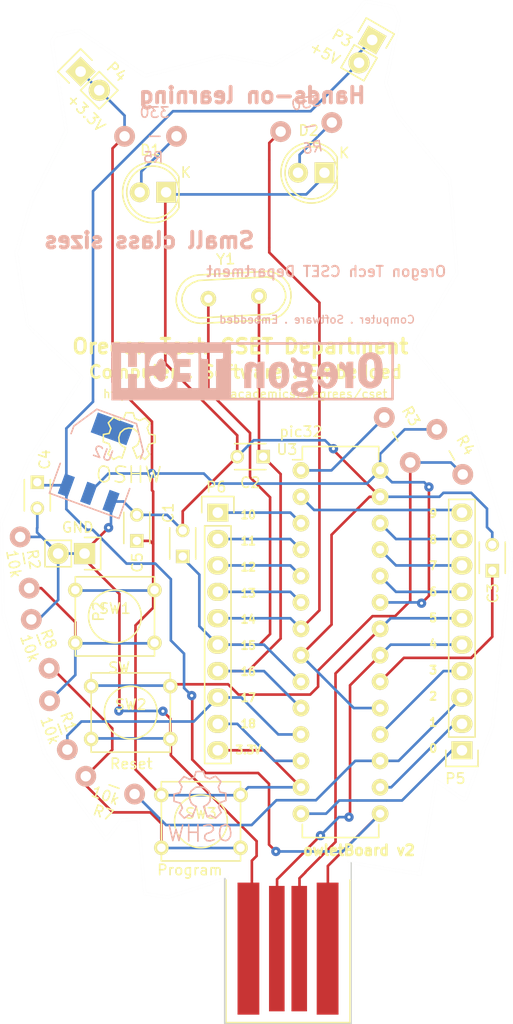
<source format=kicad_pcb>
(kicad_pcb (version 4) (host pcbnew 0.201507042246+5884~23~ubuntu14.04.1-product)

  (general
    (links 76)
    (no_connects 0)
    (area 189.800067 64.613789 242.914334 163.549401)
    (thickness 1.6)
    (drawings 15)
    (tracks 313)
    (zones 0)
    (modules 31)
    (nets 30)
  )

  (page A3)
  (layers
    (0 F.Cu signal)
    (31 B.Cu signal)
    (32 B.Adhes user hide)
    (33 F.Adhes user hide)
    (34 B.Paste user)
    (35 F.Paste user)
    (36 B.SilkS user)
    (37 F.SilkS user)
    (38 B.Mask user)
    (39 F.Mask user)
    (40 Dwgs.User user hide)
    (41 Cmts.User user hide)
    (42 Eco1.User user hide)
    (43 Eco2.User user)
    (44 Edge.Cuts user)
  )

  (setup
    (last_trace_width 0.254)
    (trace_clearance 0.254)
    (zone_clearance 0.508)
    (zone_45_only no)
    (trace_min 0.254)
    (segment_width 0.2)
    (edge_width 0.1)
    (via_size 0.889)
    (via_drill 0.635)
    (via_min_size 0.889)
    (via_min_drill 0.508)
    (user_via 0.9 0.3)
    (uvia_size 0.508)
    (uvia_drill 0.127)
    (uvias_allowed no)
    (uvia_min_size 0.508)
    (uvia_min_drill 0.127)
    (pcb_text_width 0.3)
    (pcb_text_size 0.75 0.75)
    (mod_edge_width 0.15)
    (mod_text_size 1 1)
    (mod_text_width 0.15)
    (pad_size 1.3 12.065)
    (pad_drill 0)
    (pad_to_mask_clearance 0)
    (aux_axis_origin 0 0)
    (visible_elements FFFFFF3F)
    (pcbplotparams
      (layerselection 0x010f0_80000001)
      (usegerberextensions true)
      (excludeedgelayer true)
      (linewidth 0.150000)
      (plotframeref false)
      (viasonmask false)
      (mode 1)
      (useauxorigin false)
      (hpglpennumber 1)
      (hpglpenspeed 20)
      (hpglpendiameter 15)
      (hpglpenoverlay 2)
      (psnegative false)
      (psa4output false)
      (plotreference true)
      (plotvalue true)
      (plotinvisibletext false)
      (padsonsilk false)
      (subtractmaskfromsilk false)
      (outputformat 1)
      (mirror false)
      (drillshape 0)
      (scaleselection 1)
      (outputdirectory fab/))
  )

  (net 0 "")
  (net 1 /15_OSCIN)
  (net 2 GND)
  (net 3 /16_OSCOUT)
  (net 4 /VCAP)
  (net 5 /VUSB)
  (net 6 +3V3)
  (net 7 "Net-(D1-Pad2)")
  (net 8 "Net-(D2-Pad2)")
  (net 9 /RESET)
  (net 10 /11_PGD1)
  (net 11 /12_PGC1)
  (net 12 /0)
  (net 13 /1)
  (net 14 /2)
  (net 15 /3)
  (net 16 /4_D+)
  (net 17 /5_D-)
  (net 18 /6)
  (net 19 /7)
  (net 20 /8)
  (net 21 /9)
  (net 22 /10)
  (net 23 /13)
  (net 24 /14)
  (net 25 /17_PROGRAM)
  (net 26 /18)
  (net 27 "Net-(R1-Pad1)")
  (net 28 "Net-(R3-Pad1)")
  (net 29 "Net-(R7-Pad1)")

  (net_class Default "This is the default net class."
    (clearance 0.254)
    (trace_width 0.254)
    (via_dia 0.889)
    (via_drill 0.635)
    (uvia_dia 0.508)
    (uvia_drill 0.127)
    (add_net +3V3)
    (add_net /0)
    (add_net /1)
    (add_net /10)
    (add_net /11_PGD1)
    (add_net /12_PGC1)
    (add_net /13)
    (add_net /14)
    (add_net /15_OSCIN)
    (add_net /16_OSCOUT)
    (add_net /17_PROGRAM)
    (add_net /18)
    (add_net /2)
    (add_net /3)
    (add_net /4_D+)
    (add_net /5_D-)
    (add_net /6)
    (add_net /7)
    (add_net /8)
    (add_net /9)
    (add_net /RESET)
    (add_net /VCAP)
    (add_net /VUSB)
    (add_net GND)
    (add_net "Net-(D1-Pad2)")
    (add_net "Net-(D2-Pad2)")
    (add_net "Net-(R1-Pad1)")
    (add_net "Net-(R3-Pad1)")
    (add_net "Net-(R7-Pad1)")
  )

  (module "owlet v3:pcb_boundaries" (layer F.Cu) (tedit 0) (tstamp 5574DA76)
    (at 216.027 107.442)
    (fp_text reference "" (at 0 0) (layer F.SilkS)
      (effects (font (thickness 0.15)))
    )
    (fp_text value "" (at 0 0) (layer F.SilkS)
      (effects (font (thickness 0.15)))
    )
    (fp_poly (pts (xy 24.22906 10.91946) (xy 23.28926 19.1643) (xy 22.34692 27.40914) (xy 21.16074 30.6578)
      (xy 20.84578 31.51632) (xy 20.58416 32.23006) (xy 20.3708 32.81172) (xy 20.19808 33.27654)
      (xy 20.06092 33.63722) (xy 19.95424 33.909) (xy 19.87296 34.10712) (xy 19.80946 34.24174)
      (xy 19.75866 34.33064) (xy 19.71294 34.38398) (xy 19.6723 34.41954) (xy 19.62658 34.44748)
      (xy 19.6215 34.45256) (xy 19.54784 34.47542) (xy 19.44624 34.45764) (xy 19.29638 34.38906)
      (xy 19.0754 34.25698) (xy 18.76552 34.0487) (xy 18.34642 33.7566) (xy 18.19402 33.64738)
      (xy 17.79016 33.3629) (xy 17.4371 33.11906) (xy 17.1577 32.9311) (xy 16.96974 32.81172)
      (xy 16.89862 32.77616) (xy 16.88084 32.86252) (xy 16.83766 33.10128) (xy 16.77416 33.4772)
      (xy 16.6878 33.96996) (xy 16.5862 34.5694) (xy 16.46936 35.26028) (xy 16.34236 36.02228)
      (xy 16.2052 36.8427) (xy 16.14678 37.1983) (xy 16.00708 38.03904) (xy 15.875 38.82644)
      (xy 15.75054 39.55034) (xy 15.64132 40.19042) (xy 15.54734 40.73144) (xy 15.4686 41.1607)
      (xy 15.41272 41.46042) (xy 15.38224 41.61282) (xy 15.37462 41.6306) (xy 15.28572 41.62552)
      (xy 15.04696 41.59758) (xy 14.67612 41.54424) (xy 14.19098 41.47058) (xy 13.61186 41.37914)
      (xy 12.954 41.27246) (xy 12.23518 41.15308) (xy 11.92022 41.09974) (xy 11.00074 40.9448)
      (xy 10.23874 40.81018) (xy 9.62152 40.69588) (xy 9.13638 40.59936) (xy 8.77316 40.51554)
      (xy 8.51916 40.44188) (xy 8.36422 40.37838) (xy 8.29564 40.3225) (xy 8.30072 40.26662)
      (xy 8.31088 40.25646) (xy 8.40232 40.259) (xy 8.64362 40.28948) (xy 9.01446 40.34028)
      (xy 9.4996 40.41394) (xy 10.07872 40.50538) (xy 10.73404 40.61206) (xy 11.45032 40.73144)
      (xy 11.71702 40.77716) (xy 12.56792 40.9194) (xy 13.31722 41.04132) (xy 13.95476 41.13784)
      (xy 14.4653 41.2115) (xy 14.84122 41.25722) (xy 15.07236 41.275) (xy 15.14348 41.26738)
      (xy 15.16888 41.17086) (xy 15.21968 40.92448) (xy 15.29334 40.54094) (xy 15.38478 40.04056)
      (xy 15.49146 39.43604) (xy 15.61084 38.74516) (xy 15.74038 37.98316) (xy 15.875 37.16782)
      (xy 15.91056 36.957) (xy 16.07312 35.96132) (xy 16.21282 35.12058) (xy 16.32966 34.41954)
      (xy 16.42364 33.84804) (xy 16.50238 33.39338) (xy 16.56588 33.03778) (xy 16.61414 32.77362)
      (xy 16.65478 32.58566) (xy 16.68526 32.4612) (xy 16.71066 32.38754) (xy 16.73352 32.35198)
      (xy 16.75638 32.34182) (xy 16.78178 32.34182) (xy 16.79448 32.34182) (xy 16.88846 32.38754)
      (xy 17.09928 32.51962) (xy 17.40154 32.72028) (xy 17.76984 32.97428) (xy 18.18386 33.26384)
      (xy 18.19656 33.274) (xy 18.70202 33.6296) (xy 19.08302 33.8836) (xy 19.34718 34.04108)
      (xy 19.5072 34.10966) (xy 19.56562 34.0995) (xy 19.60626 34.00044) (xy 19.6977 33.7566)
      (xy 19.8374 33.39084) (xy 20.01266 32.91332) (xy 20.22348 32.3469) (xy 20.45716 31.70682)
      (xy 20.7137 31.01086) (xy 20.86102 30.607) (xy 22.098 27.21864) (xy 23.02256 19.10588)
      (xy 23.94712 10.99312) (xy 21.96338 4.3815) (xy 21.65604 3.35788) (xy 21.36648 2.38252)
      (xy 21.09216 1.46304) (xy 20.83816 0.61214) (xy 20.6121 -0.1524) (xy 20.41398 -0.8255)
      (xy 20.24888 -1.38938) (xy 20.11934 -1.83388) (xy 20.03044 -2.1463) (xy 19.98472 -2.31648)
      (xy 19.97964 -2.34188) (xy 19.9263 -2.42824) (xy 19.77644 -2.63144) (xy 19.53768 -2.93624)
      (xy 19.22272 -3.33502) (xy 18.83918 -3.81) (xy 18.39976 -4.35102) (xy 17.91462 -4.94538)
      (xy 17.39138 -5.57784) (xy 17.31264 -5.67436) (xy 16.78178 -6.31444) (xy 16.28394 -6.91896)
      (xy 15.82674 -7.47522) (xy 15.42288 -7.96798) (xy 15.08252 -8.38454) (xy 14.81582 -8.7122)
      (xy 14.63548 -8.93826) (xy 14.54912 -9.05002) (xy 14.54658 -9.0551) (xy 14.5288 -9.11352)
      (xy 14.53896 -9.2075) (xy 14.58976 -9.34974) (xy 14.68628 -9.55294) (xy 14.83614 -9.83488)
      (xy 15.04696 -10.20826) (xy 15.32636 -10.69086) (xy 15.6845 -11.29538) (xy 15.875 -11.61288)
      (xy 16.25854 -12.26058) (xy 16.6497 -12.92098) (xy 17.03324 -13.5636) (xy 17.38884 -14.16304)
      (xy 17.69618 -14.68374) (xy 17.94256 -15.1003) (xy 18.00098 -15.19936) (xy 18.69948 -16.383)
      (xy 18.36674 -20.7772) (xy 18.3007 -21.62556) (xy 18.2372 -22.42312) (xy 18.17624 -23.15464)
      (xy 18.12036 -23.80234) (xy 18.06956 -24.35098) (xy 18.02638 -24.78786) (xy 17.99082 -25.09012)
      (xy 17.96796 -25.2476) (xy 17.96034 -25.26538) (xy 17.8943 -25.3492) (xy 17.73174 -25.54986)
      (xy 17.48536 -25.85466) (xy 17.16532 -26.2509) (xy 16.78432 -26.72334) (xy 16.34998 -27.25674)
      (xy 15.87754 -27.84094) (xy 15.5194 -28.28036) (xy 15.0241 -28.89758) (xy 14.5542 -29.4767)
      (xy 14.12748 -30.00756) (xy 13.7541 -30.47492) (xy 13.44422 -30.86608) (xy 13.21054 -31.16326)
      (xy 13.06322 -31.35376) (xy 13.0175 -31.41472) (xy 12.94892 -31.5595) (xy 12.83208 -31.83636)
      (xy 12.68476 -32.20974) (xy 12.51712 -32.65678) (xy 12.3571 -33.0962) (xy 11.82878 -34.5694)
      (xy 12.46632 -37.57676) (xy 13.10386 -40.58412) (xy 12.89558 -41.14292) (xy 12.78128 -41.42994)
      (xy 12.67968 -41.65854) (xy 12.61364 -41.77284) (xy 12.61364 -41.77538) (xy 12.5095 -41.81348)
      (xy 12.2682 -41.87698) (xy 11.92276 -41.95318) (xy 11.50366 -42.037) (xy 11.28522 -42.0751)
      (xy 10.033 -42.3037) (xy 9.43864 -41.51376) (xy 8.84682 -40.72382) (xy 4.99364 -38.44036)
      (xy 4.25704 -38.00348) (xy 3.56362 -37.59454) (xy 2.92608 -37.22116) (xy 2.3622 -36.89096)
      (xy 1.8796 -36.61156) (xy 1.49606 -36.39312) (xy 1.22428 -36.24072) (xy 1.07696 -36.16198)
      (xy 1.05664 -36.15436) (xy 0.95504 -36.1696) (xy 0.70866 -36.21532) (xy 0.34036 -36.2839)
      (xy -0.127 -36.3728) (xy -0.6731 -36.47694) (xy -1.27508 -36.59378) (xy -1.35128 -36.60902)
      (xy -3.67538 -37.06368) (xy -7.40664 -36.10102) (xy -8.17372 -35.9029) (xy -8.89254 -35.72002)
      (xy -9.54278 -35.55238) (xy -10.11174 -35.41014) (xy -10.58164 -35.29076) (xy -10.9347 -35.2044)
      (xy -11.15314 -35.1536) (xy -11.22172 -35.13836) (xy -11.30808 -35.18408) (xy -11.51636 -35.3187)
      (xy -11.8364 -35.53206) (xy -12.25296 -35.81146) (xy -12.7508 -36.14928) (xy -13.31468 -36.53536)
      (xy -13.93444 -36.96208) (xy -14.46276 -37.32784) (xy -17.6149 -39.51732) (xy -18.63852 -39.27348)
      (xy -19.0373 -39.17696) (xy -19.37512 -39.0906) (xy -19.6215 -39.02456) (xy -19.7358 -38.98392)
      (xy -19.73834 -38.98392) (xy -19.82978 -38.87978) (xy -19.93138 -38.7096) (xy -19.95424 -38.6461)
      (xy -19.96948 -38.55466) (xy -19.97202 -38.42258) (xy -19.95932 -38.23716) (xy -19.93392 -37.98316)
      (xy -19.8882 -37.64788) (xy -19.8247 -37.21354) (xy -19.73834 -36.66998) (xy -19.63166 -36.00196)
      (xy -19.49958 -35.19424) (xy -19.33956 -34.23666) (xy -19.33194 -34.19602) (xy -18.6182 -29.9085)
      (xy -20.28444 -26.57602) (xy -21.95322 -23.241) (xy -22.6949 -20.73402) (xy -23.43912 -18.2245)
      (xy -22.8981 -14.76502) (xy -22.35962 -11.303) (xy -21.89734 -10.88136) (xy -21.0185 -10.06856)
      (xy -20.21332 -9.31926) (xy -19.48688 -8.63854) (xy -18.8468 -8.02894) (xy -18.29816 -7.50062)
      (xy -17.84604 -7.05612) (xy -17.5006 -6.70306) (xy -17.26438 -6.44906) (xy -17.145 -6.2992)
      (xy -17.12976 -6.2611) (xy -17.18056 -6.16712) (xy -17.31772 -5.94614) (xy -17.52854 -5.60832)
      (xy -17.8054 -5.1689) (xy -18.14322 -4.64058) (xy -18.5293 -4.0386) (xy -18.95602 -3.37566)
      (xy -19.41576 -2.66446) (xy -19.69262 -2.24028) (xy -22.21992 1.651) (xy -23.5585 4.69646)
      (xy -24.89962 7.74446) (xy -24.80564 12.08532) (xy -24.71166 16.42364) (xy -22.7711 23.0505)
      (xy -22.46884 24.07666) (xy -22.17674 25.06218) (xy -21.89988 25.99182) (xy -21.6408 26.85034)
      (xy -21.40458 27.62758) (xy -21.19376 28.31084) (xy -21.01342 28.88996) (xy -20.86864 29.34716)
      (xy -20.75942 29.67228) (xy -20.69084 29.85516) (xy -20.6756 29.88564) (xy -20.5994 29.99486)
      (xy -20.4343 30.226) (xy -20.19046 30.5689) (xy -19.87804 31.01086) (xy -19.50466 31.53918)
      (xy -19.08048 32.13608) (xy -18.6182 32.7914) (xy -18.12036 33.49244) (xy -17.82826 33.909)
      (xy -17.32026 34.62274) (xy -16.8402 35.29838) (xy -16.39824 35.92322) (xy -16.002 36.47948)
      (xy -15.6591 36.95954) (xy -15.38224 37.34562) (xy -15.17904 37.62756) (xy -15.05712 37.79266)
      (xy -15.02918 37.82822) (xy -14.96822 37.85108) (xy -14.87424 37.79774) (xy -14.732 37.65042)
      (xy -14.52372 37.39388) (xy -14.26718 37.05352) (xy -13.60932 36.1696) (xy -12.68476 36.10864)
      (xy -12.30884 36.08578) (xy -11.99896 36.07562) (xy -11.79322 36.07308) (xy -11.72464 36.08324)
      (xy -11.71194 36.17214) (xy -11.684 36.4109) (xy -11.64844 36.78682) (xy -11.60272 37.2745)
      (xy -11.54938 37.86378) (xy -11.48842 38.5318) (xy -11.42746 39.26078) (xy -11.3919 39.6621)
      (xy -11.3284 40.41648) (xy -11.26744 41.12006) (xy -11.21156 41.75252) (xy -11.16076 42.29354)
      (xy -11.12012 42.73042) (xy -11.0871 43.04284) (xy -11.06678 43.21048) (xy -11.0617 43.23842)
      (xy -10.97026 43.26382) (xy -10.7442 43.307) (xy -10.41908 43.36288) (xy -10.02538 43.42892)
      (xy -10.00506 43.43146) (xy -8.98144 43.59148) (xy -6.0833 42.62374) (xy -5.41782 42.40276)
      (xy -4.80568 42.2021) (xy -4.26212 42.0243) (xy -3.81 41.87952) (xy -3.46202 41.7703)
      (xy -3.2385 41.70426) (xy -3.15976 41.68648) (xy -3.15976 41.77792) (xy -3.18262 41.84904)
      (xy -3.27152 41.90746) (xy -3.50012 42.00652) (xy -3.84556 42.14114) (xy -4.28752 42.30624)
      (xy -4.8006 42.49166) (xy -5.36448 42.68978) (xy -5.95884 42.89298) (xy -6.55828 43.09618)
      (xy -7.14248 43.28668) (xy -7.68604 43.46448) (xy -8.17118 43.61434) (xy -8.57504 43.73372)
      (xy -8.87222 43.815) (xy -9.04494 43.84802) (xy -9.06018 43.84802) (xy -9.22528 43.83024)
      (xy -9.51484 43.79214) (xy -9.89076 43.73626) (xy -10.28446 43.6753) (xy -10.67562 43.6118)
      (xy -11.00074 43.55592) (xy -11.22426 43.51274) (xy -11.31824 43.48988) (xy -11.3284 43.40352)
      (xy -11.3538 43.16476) (xy -11.38936 42.79392) (xy -11.43254 42.30624) (xy -11.48588 41.72204)
      (xy -11.54176 41.05402) (xy -11.60526 40.32504) (xy -11.63828 39.92372) (xy -11.70432 39.1668)
      (xy -11.76528 38.46322) (xy -11.82116 37.8333) (xy -11.86942 37.28974) (xy -11.91006 36.8554)
      (xy -11.94308 36.54298) (xy -11.9634 36.37534) (xy -11.96848 36.3474) (xy -12.05992 36.33978)
      (xy -12.2809 36.34486) (xy -12.58824 36.36264) (xy -12.71016 36.3728) (xy -13.42136 36.42614)
      (xy -14.13764 37.3888) (xy -14.4018 37.73678) (xy -14.63548 38.02634) (xy -14.81836 38.23716)
      (xy -14.93012 38.34384) (xy -14.9479 38.354) (xy -15.00632 38.28542) (xy -15.15364 38.09492)
      (xy -15.3797 37.7952) (xy -15.66926 37.4015) (xy -16.01724 36.92652) (xy -16.41094 36.3855)
      (xy -16.84274 35.79368) (xy -17.2974 35.16376) (xy -17.76984 34.51098) (xy -18.24482 33.84804)
      (xy -18.71472 33.19272) (xy -19.16938 32.55772) (xy -19.59864 31.95574) (xy -19.99234 31.40456)
      (xy -20.33778 30.91434) (xy -20.6248 30.50286) (xy -20.84578 30.18536) (xy -20.98802 29.972)
      (xy -21.02866 29.9085) (xy -21.06168 29.81198) (xy -21.14042 29.56306) (xy -21.25726 29.17698)
      (xy -21.4122 28.6639) (xy -21.60016 28.03906) (xy -21.81606 27.31516) (xy -22.05736 26.49982)
      (xy -22.32152 25.61082) (xy -22.60092 24.65832) (xy -22.89556 23.65248) (xy -23.03272 23.1902)
      (xy -24.96566 16.59128) (xy -25.06218 12.08278) (xy -25.15616 7.57682) (xy -23.81504 4.52882)
      (xy -22.47392 1.48082) (xy -19.94408 -2.41046) (xy -17.41678 -6.30174) (xy -17.84604 -6.68528)
      (xy -18.01114 -6.83514) (xy -18.28038 -7.08406) (xy -18.63852 -7.4168) (xy -19.06524 -7.81304)
      (xy -19.54276 -8.26008) (xy -20.05584 -8.7376) (xy -20.43176 -9.09066) (xy -21.08962 -9.71042)
      (xy -21.62302 -10.2235) (xy -22.03704 -10.63498) (xy -22.3393 -10.94994) (xy -22.53488 -11.17346)
      (xy -22.62632 -11.31062) (xy -22.63394 -11.33348) (xy -22.6568 -11.46556) (xy -22.69998 -11.74496)
      (xy -22.76602 -12.15136) (xy -22.8473 -12.66952) (xy -22.94382 -13.27658) (xy -23.0505 -13.95476)
      (xy -23.1648 -14.68628) (xy -23.20036 -14.91742) (xy -23.72614 -18.27784) (xy -22.98192 -20.8026)
      (xy -22.24024 -23.32736) (xy -20.574 -26.67) (xy -18.9103 -30.01518) (xy -19.62658 -34.28238)
      (xy -20.34032 -38.55212) (xy -20.1041 -39.04488) (xy -19.93392 -39.35476) (xy -19.78914 -39.51732)
      (xy -19.67738 -39.53002) (xy -19.62658 -39.44366) (xy -19.54784 -39.41318) (xy -19.3421 -39.42842)
      (xy -18.99412 -39.48938) (xy -18.59788 -39.57828) (xy -18.20164 -39.66464) (xy -17.86128 -39.72814)
      (xy -17.60982 -39.7637) (xy -17.4879 -39.76624) (xy -17.39646 -39.70782) (xy -17.18056 -39.56558)
      (xy -16.85544 -39.34714) (xy -16.4338 -39.06012) (xy -15.93342 -38.71722) (xy -15.36954 -38.32606)
      (xy -14.75232 -37.90188) (xy -14.31798 -37.59962) (xy -13.67536 -37.15512) (xy -13.07338 -36.74364)
      (xy -12.52474 -36.3728) (xy -12.04722 -36.05276) (xy -11.65098 -35.79368) (xy -11.35634 -35.60572)
      (xy -11.17346 -35.49904) (xy -11.12266 -35.47618) (xy -11.01344 -35.4965) (xy -10.7569 -35.55492)
      (xy -10.37082 -35.6489) (xy -9.87552 -35.77082) (xy -9.2837 -35.92068) (xy -8.61568 -36.08832)
      (xy -7.8867 -36.27628) (xy -7.3406 -36.41598) (xy -3.70332 -37.35324) (xy -1.34366 -36.89604)
      (xy 1.016 -36.4363) (xy 4.82854 -38.6969) (xy 8.63854 -40.9575) (xy 9.2329 -41.75252)
      (xy 9.4742 -42.06494) (xy 9.67994 -42.32656) (xy 9.83234 -42.50436) (xy 9.90346 -42.57294)
      (xy 10.02538 -42.57294) (xy 10.27684 -42.53992) (xy 10.62228 -42.48404) (xy 11.02868 -42.41038)
      (xy 11.46048 -42.32656) (xy 11.88974 -42.23766) (xy 12.27836 -42.1513) (xy 12.59586 -42.07256)
      (xy 12.80668 -42.0116) (xy 12.88034 -41.97858) (xy 12.93876 -41.85158) (xy 13.03528 -41.61282)
      (xy 13.14958 -41.31056) (xy 13.17244 -41.24706) (xy 13.40104 -40.62222) (xy 12.7635 -37.6174)
      (xy 12.12596 -34.61258) (xy 12.66444 -33.12922) (xy 12.8397 -32.65424) (xy 12.99718 -32.2326)
      (xy 13.12926 -31.8897) (xy 13.22578 -31.65348) (xy 13.27658 -31.55188) (xy 13.34262 -31.46806)
      (xy 13.50518 -31.26486) (xy 13.7541 -30.96006) (xy 14.07414 -30.56128) (xy 14.45514 -30.08884)
      (xy 14.88948 -29.5529) (xy 15.36192 -28.96616) (xy 15.748 -28.49118) (xy 16.2433 -27.8765)
      (xy 16.70812 -27.30246) (xy 17.1323 -26.77922) (xy 17.5006 -26.32202) (xy 17.80286 -25.9461)
      (xy 18.03146 -25.66416) (xy 18.1737 -25.4889) (xy 18.21434 -25.43556) (xy 18.23466 -25.33396)
      (xy 18.26514 -25.08504) (xy 18.30324 -24.70404) (xy 18.34896 -24.20874) (xy 18.4023 -23.62454)
      (xy 18.45818 -22.96414) (xy 18.5166 -22.24786) (xy 18.57502 -21.49602) (xy 18.63598 -20.72894)
      (xy 18.69186 -19.9644) (xy 18.74774 -19.21764) (xy 18.79854 -18.51406) (xy 18.84172 -17.8689)
      (xy 18.87982 -17.29994) (xy 18.90522 -16.83004) (xy 18.923 -16.47444) (xy 18.92808 -16.256)
      (xy 18.92554 -16.1925) (xy 18.8722 -16.09598) (xy 18.74266 -15.87246) (xy 18.54454 -15.52956)
      (xy 18.28546 -15.0876) (xy 17.97558 -14.55928) (xy 17.61998 -13.95984) (xy 17.23136 -13.30452)
      (xy 16.84274 -12.6492) (xy 16.37792 -11.86434) (xy 15.9639 -11.15568) (xy 15.6083 -10.53846)
      (xy 15.3162 -10.01776) (xy 15.09268 -9.60882) (xy 14.94282 -9.31672) (xy 14.87424 -9.15416)
      (xy 14.86916 -9.12622) (xy 14.9352 -9.0424) (xy 15.09776 -8.84174) (xy 15.34668 -8.5344)
      (xy 15.6718 -8.13816) (xy 16.06296 -7.66318) (xy 16.51 -7.12216) (xy 17.00022 -6.53034)
      (xy 17.52346 -5.89788) (xy 17.58442 -5.82422) (xy 18.22704 -5.04444) (xy 18.76552 -4.38658)
      (xy 19.21002 -3.83794) (xy 19.56562 -3.3909) (xy 19.83486 -3.03784) (xy 20.03044 -2.7686)
      (xy 20.15744 -2.57556) (xy 20.22348 -2.44856) (xy 20.23364 -2.39776) (xy 20.26158 -2.19202)
      (xy 20.33016 -1.905) (xy 20.39366 -1.69926) (xy 20.4978 -1.39446) (xy 20.60956 -1.0541)
      (xy 20.73402 -0.66802) (xy 20.87372 -0.22098) (xy 21.03374 0.29464) (xy 21.21916 0.89662)
      (xy 21.43252 1.59512) (xy 21.67636 2.40284) (xy 21.95576 3.33502) (xy 22.2758 4.39928)
      (xy 22.64156 5.6134) (xy 22.68982 5.77596) (xy 24.22906 10.91946) (xy 24.22906 10.91946)) (layer Edge.Cuts) (width 0.00254))
  )

  (module Housings_DIP:DIP-28_W7.62mm (layer F.Cu) (tedit 5574FF65) (tstamp 5574DA57)
    (at 219.837 110.109)
    (descr "28-lead dip package, row spacing 7.62 mm (300 mils)")
    (tags "dil dip 2.54 300")
    (path /5574DD20)
    (fp_text reference U3 (at -1.3462 -2.0066) (layer F.SilkS)
      (effects (font (size 1 1) (thickness 0.15)))
    )
    (fp_text value pic32 (at 0 -3.72) (layer F.SilkS)
      (effects (font (size 1 1) (thickness 0.15)))
    )
    (fp_line (start -1.05 -2.45) (end -1.05 35.5) (layer F.CrtYd) (width 0.05))
    (fp_line (start 8.65 -2.45) (end 8.65 35.5) (layer F.CrtYd) (width 0.05))
    (fp_line (start -1.05 -2.45) (end 8.65 -2.45) (layer F.CrtYd) (width 0.05))
    (fp_line (start -1.05 35.5) (end 8.65 35.5) (layer F.CrtYd) (width 0.05))
    (fp_line (start 0.135 -2.295) (end 0.135 -1.025) (layer F.SilkS) (width 0.15))
    (fp_line (start 7.485 -2.295) (end 7.485 -1.025) (layer F.SilkS) (width 0.15))
    (fp_line (start 7.485 35.315) (end 7.485 34.045) (layer F.SilkS) (width 0.15))
    (fp_line (start 0.135 35.315) (end 0.135 34.045) (layer F.SilkS) (width 0.15))
    (fp_line (start 0.135 -2.295) (end 7.485 -2.295) (layer F.SilkS) (width 0.15))
    (fp_line (start 0.135 35.315) (end 7.485 35.315) (layer F.SilkS) (width 0.15))
    (fp_line (start 0.135 -1.025) (end -0.8 -1.025) (layer F.SilkS) (width 0.15))
    (pad 1 thru_hole oval (at 0 0) (size 1.6 1.6) (drill 0.8) (layers *.Cu *.Mask F.SilkS)
      (net 9 /RESET))
    (pad 2 thru_hole oval (at 0 2.54) (size 1.6 1.6) (drill 0.8) (layers *.Cu *.Mask F.SilkS)
      (net 21 /9))
    (pad 3 thru_hole oval (at 0 5.08) (size 1.6 1.6) (drill 0.8) (layers *.Cu *.Mask F.SilkS)
      (net 22 /10))
    (pad 4 thru_hole oval (at 0 7.62) (size 1.6 1.6) (drill 0.8) (layers *.Cu *.Mask F.SilkS)
      (net 10 /11_PGD1))
    (pad 5 thru_hole oval (at 0 10.16) (size 1.6 1.6) (drill 0.8) (layers *.Cu *.Mask F.SilkS)
      (net 11 /12_PGC1))
    (pad 6 thru_hole oval (at 0 12.7) (size 1.6 1.6) (drill 0.8) (layers *.Cu *.Mask F.SilkS)
      (net 23 /13))
    (pad 7 thru_hole oval (at 0 15.24) (size 1.6 1.6) (drill 0.8) (layers *.Cu *.Mask F.SilkS)
      (net 24 /14))
    (pad 8 thru_hole oval (at 0 17.78) (size 1.6 1.6) (drill 0.8) (layers *.Cu *.Mask F.SilkS)
      (net 2 GND))
    (pad 9 thru_hole oval (at 0 20.32) (size 1.6 1.6) (drill 0.8) (layers *.Cu *.Mask F.SilkS)
      (net 1 /15_OSCIN))
    (pad 10 thru_hole oval (at 0 22.86) (size 1.6 1.6) (drill 0.8) (layers *.Cu *.Mask F.SilkS)
      (net 3 /16_OSCOUT))
    (pad 11 thru_hole oval (at 0 25.4) (size 1.6 1.6) (drill 0.8) (layers *.Cu *.Mask F.SilkS)
      (net 25 /17_PROGRAM))
    (pad 12 thru_hole oval (at 0 27.94) (size 1.6 1.6) (drill 0.8) (layers *.Cu *.Mask F.SilkS)
      (net 26 /18))
    (pad 13 thru_hole oval (at 0 30.48) (size 1.6 1.6) (drill 0.8) (layers *.Cu *.Mask F.SilkS)
      (net 6 +3V3))
    (pad 14 thru_hole oval (at 0 33.02) (size 1.6 1.6) (drill 0.8) (layers *.Cu *.Mask F.SilkS)
      (net 12 /0))
    (pad 15 thru_hole oval (at 7.62 33.02) (size 1.6 1.6) (drill 0.8) (layers *.Cu *.Mask F.SilkS)
      (net 5 /VUSB))
    (pad 16 thru_hole oval (at 7.62 30.48) (size 1.6 1.6) (drill 0.8) (layers *.Cu *.Mask F.SilkS)
      (net 13 /1))
    (pad 17 thru_hole oval (at 7.62 27.94) (size 1.6 1.6) (drill 0.8) (layers *.Cu *.Mask F.SilkS)
      (net 14 /2))
    (pad 18 thru_hole oval (at 7.62 25.4) (size 1.6 1.6) (drill 0.8) (layers *.Cu *.Mask F.SilkS)
      (net 15 /3))
    (pad 19 thru_hole oval (at 7.62 22.86) (size 1.6 1.6) (drill 0.8) (layers *.Cu *.Mask F.SilkS)
      (net 2 GND))
    (pad 20 thru_hole oval (at 7.62 20.32) (size 1.6 1.6) (drill 0.8) (layers *.Cu *.Mask F.SilkS)
      (net 4 /VCAP))
    (pad 21 thru_hole oval (at 7.62 17.78) (size 1.6 1.6) (drill 0.8) (layers *.Cu *.Mask F.SilkS)
      (net 16 /4_D+))
    (pad 22 thru_hole oval (at 7.62 15.24) (size 1.6 1.6) (drill 0.8) (layers *.Cu *.Mask F.SilkS)
      (net 17 /5_D-))
    (pad 23 thru_hole oval (at 7.62 12.7) (size 1.6 1.6) (drill 0.8) (layers *.Cu *.Mask F.SilkS)
      (net 6 +3V3))
    (pad 24 thru_hole oval (at 7.62 10.16) (size 1.6 1.6) (drill 0.8) (layers *.Cu *.Mask F.SilkS)
      (net 18 /6))
    (pad 25 thru_hole oval (at 7.62 7.62) (size 1.6 1.6) (drill 0.8) (layers *.Cu *.Mask F.SilkS)
      (net 19 /7))
    (pad 26 thru_hole oval (at 7.62 5.08) (size 1.6 1.6) (drill 0.8) (layers *.Cu *.Mask F.SilkS)
      (net 20 /8))
    (pad 27 thru_hole oval (at 7.62 2.54) (size 1.6 1.6) (drill 0.8) (layers *.Cu *.Mask F.SilkS)
      (net 2 GND))
    (pad 28 thru_hole oval (at 7.62 0) (size 1.6 1.6) (drill 0.8) (layers *.Cu *.Mask F.SilkS)
      (net 6 +3V3))
    (model Housings_DIP.3dshapes/DIP-28_W7.62mm.wrl
      (at (xyz 0 0 0))
      (scale (xyz 1 1 1))
      (rotate (xyz 0 0 0))
    )
  )

  (module Pin_Headers:Pin_Header_Straight_1x02 (layer F.Cu) (tedit 5575AB43) (tstamp 5574DA52)
    (at 198.628 71.755 45)
    (descr "Through hole pin header")
    (tags "pin header")
    (path /5574BEBF)
    (fp_text reference P4 (at 2.433649 2.45161 135) (layer F.SilkS)
      (effects (font (size 1 1) (thickness 0.15)))
    )
    (fp_text value +3.3V (at -2.424669 3.14309 135) (layer F.SilkS)
      (effects (font (size 1 1) (thickness 0.15)))
    )
    (fp_line (start 1.27 1.27) (end 1.27 3.81) (layer F.SilkS) (width 0.15))
    (fp_line (start 1.55 -1.55) (end 1.55 0) (layer F.SilkS) (width 0.15))
    (fp_line (start -1.75 -1.75) (end -1.75 4.3) (layer F.CrtYd) (width 0.05))
    (fp_line (start 1.75 -1.75) (end 1.75 4.3) (layer F.CrtYd) (width 0.05))
    (fp_line (start -1.75 -1.75) (end 1.75 -1.75) (layer F.CrtYd) (width 0.05))
    (fp_line (start -1.75 4.3) (end 1.75 4.3) (layer F.CrtYd) (width 0.05))
    (fp_line (start 1.27 1.27) (end -1.27 1.27) (layer F.SilkS) (width 0.15))
    (fp_line (start -1.55 0) (end -1.55 -1.55) (layer F.SilkS) (width 0.15))
    (fp_line (start -1.55 -1.55) (end 1.55 -1.55) (layer F.SilkS) (width 0.15))
    (fp_line (start -1.27 1.27) (end -1.27 3.81) (layer F.SilkS) (width 0.15))
    (fp_line (start -1.27 3.81) (end 1.27 3.81) (layer F.SilkS) (width 0.15))
    (pad 1 thru_hole rect (at 0 0 45) (size 2.032 2.032) (drill 1.016) (layers *.Cu *.Mask F.SilkS)
      (net 6 +3V3))
    (pad 2 thru_hole oval (at 0 2.54 45) (size 2.032 2.032) (drill 1.016) (layers *.Cu *.Mask F.SilkS)
      (net 6 +3V3))
    (model Pin_Headers.3dshapes/Pin_Header_Straight_1x02.wrl
      (at (xyz 0 -0.05 0))
      (scale (xyz 1 1 1))
      (rotate (xyz 0 0 90))
    )
  )

  (module Pin_Headers:Pin_Header_Straight_1x02 (layer F.Cu) (tedit 5575AB2A) (tstamp 5574DA4D)
    (at 226.695 68.707 330)
    (descr "Through hole pin header")
    (tags "pin header")
    (path /5574BCD3)
    (fp_text reference P3 (at -2.590213 1.304819 330) (layer F.SilkS)
      (effects (font (size 1 1) (thickness 0.15)))
    )
    (fp_text value +5V (at -3.324468 3.385852 330) (layer F.SilkS)
      (effects (font (size 1 1) (thickness 0.15)))
    )
    (fp_line (start 1.27 1.27) (end 1.27 3.81) (layer F.SilkS) (width 0.15))
    (fp_line (start 1.55 -1.55) (end 1.55 0) (layer F.SilkS) (width 0.15))
    (fp_line (start -1.75 -1.75) (end -1.75 4.3) (layer F.CrtYd) (width 0.05))
    (fp_line (start 1.75 -1.75) (end 1.75 4.3) (layer F.CrtYd) (width 0.05))
    (fp_line (start -1.75 -1.75) (end 1.75 -1.75) (layer F.CrtYd) (width 0.05))
    (fp_line (start -1.75 4.3) (end 1.75 4.3) (layer F.CrtYd) (width 0.05))
    (fp_line (start 1.27 1.27) (end -1.27 1.27) (layer F.SilkS) (width 0.15))
    (fp_line (start -1.55 0) (end -1.55 -1.55) (layer F.SilkS) (width 0.15))
    (fp_line (start -1.55 -1.55) (end 1.55 -1.55) (layer F.SilkS) (width 0.15))
    (fp_line (start -1.27 1.27) (end -1.27 3.81) (layer F.SilkS) (width 0.15))
    (fp_line (start -1.27 3.81) (end 1.27 3.81) (layer F.SilkS) (width 0.15))
    (pad 1 thru_hole rect (at 0 0 330) (size 2.032 2.032) (drill 1.016) (layers *.Cu *.Mask F.SilkS)
      (net 5 /VUSB))
    (pad 2 thru_hole oval (at 0 2.54 330) (size 2.032 2.032) (drill 1.016) (layers *.Cu *.Mask F.SilkS)
      (net 5 /VUSB))
    (model Pin_Headers.3dshapes/Pin_Header_Straight_1x02.wrl
      (at (xyz 0 -0.05 0))
      (scale (xyz 1 1 1))
      (rotate (xyz 0 0 90))
    )
  )

  (module Pin_Headers:Pin_Header_Straight_1x02 (layer F.Cu) (tedit 55750494) (tstamp 5574DA48)
    (at 199.009 118.11 270)
    (descr "Through hole pin header")
    (tags "pin header")
    (path /5574B947)
    (fp_text reference P2 (at 5.5753 -1.3462 270) (layer F.SilkS)
      (effects (font (size 1 1) (thickness 0.15)))
    )
    (fp_text value GND (at -2.5146 0.6604 360) (layer F.SilkS)
      (effects (font (size 1 1) (thickness 0.15)))
    )
    (fp_line (start 1.27 1.27) (end 1.27 3.81) (layer F.SilkS) (width 0.15))
    (fp_line (start 1.55 -1.55) (end 1.55 0) (layer F.SilkS) (width 0.15))
    (fp_line (start -1.75 -1.75) (end -1.75 4.3) (layer F.CrtYd) (width 0.05))
    (fp_line (start 1.75 -1.75) (end 1.75 4.3) (layer F.CrtYd) (width 0.05))
    (fp_line (start -1.75 -1.75) (end 1.75 -1.75) (layer F.CrtYd) (width 0.05))
    (fp_line (start -1.75 4.3) (end 1.75 4.3) (layer F.CrtYd) (width 0.05))
    (fp_line (start 1.27 1.27) (end -1.27 1.27) (layer F.SilkS) (width 0.15))
    (fp_line (start -1.55 0) (end -1.55 -1.55) (layer F.SilkS) (width 0.15))
    (fp_line (start -1.55 -1.55) (end 1.55 -1.55) (layer F.SilkS) (width 0.15))
    (fp_line (start -1.27 1.27) (end -1.27 3.81) (layer F.SilkS) (width 0.15))
    (fp_line (start -1.27 3.81) (end 1.27 3.81) (layer F.SilkS) (width 0.15))
    (pad 1 thru_hole rect (at 0 0 270) (size 2.032 2.032) (drill 1.016) (layers *.Cu *.Mask F.SilkS)
      (net 2 GND))
    (pad 2 thru_hole oval (at 0 2.54 270) (size 2.032 2.032) (drill 1.016) (layers *.Cu *.Mask F.SilkS)
      (net 2 GND))
    (model Pin_Headers.3dshapes/Pin_Header_Straight_1x02.wrl
      (at (xyz 0 -0.05 0))
      (scale (xyz 1 1 1))
      (rotate (xyz 0 0 90))
    )
  )

  (module Crystals:Crystal_HC49-U_Vertical (layer F.Cu) (tedit 5575092E) (tstamp 5574D162)
    (at 213.36 93.472 183)
    (descr "Crystal, Quarz, HC49/U, vertical, stehend,")
    (tags "Crystal, Quarz, HC49/U, vertical, stehend,")
    (path /55748972)
    (fp_text reference Y1 (at 0.568867 3.70515 183) (layer F.SilkS)
      (effects (font (size 1 1) (thickness 0.15)))
    )
    (fp_text value "8 MHz" (at 0 3.81 183) (layer F.Fab)
      (effects (font (size 1 1) (thickness 0.15)))
    )
    (fp_line (start 4.699 -1.00076) (end 4.89966 -0.59944) (layer F.SilkS) (width 0.15))
    (fp_line (start 4.89966 -0.59944) (end 5.00126 0) (layer F.SilkS) (width 0.15))
    (fp_line (start 5.00126 0) (end 4.89966 0.50038) (layer F.SilkS) (width 0.15))
    (fp_line (start 4.89966 0.50038) (end 4.50088 1.19888) (layer F.SilkS) (width 0.15))
    (fp_line (start 4.50088 1.19888) (end 3.8989 1.6002) (layer F.SilkS) (width 0.15))
    (fp_line (start 3.8989 1.6002) (end 3.29946 1.80086) (layer F.SilkS) (width 0.15))
    (fp_line (start 3.29946 1.80086) (end -3.29946 1.80086) (layer F.SilkS) (width 0.15))
    (fp_line (start -3.29946 1.80086) (end -4.0005 1.6002) (layer F.SilkS) (width 0.15))
    (fp_line (start -4.0005 1.6002) (end -4.39928 1.30048) (layer F.SilkS) (width 0.15))
    (fp_line (start -4.39928 1.30048) (end -4.8006 0.8001) (layer F.SilkS) (width 0.15))
    (fp_line (start -4.8006 0.8001) (end -5.00126 0.20066) (layer F.SilkS) (width 0.15))
    (fp_line (start -5.00126 0.20066) (end -5.00126 -0.29972) (layer F.SilkS) (width 0.15))
    (fp_line (start -5.00126 -0.29972) (end -4.8006 -0.8001) (layer F.SilkS) (width 0.15))
    (fp_line (start -4.8006 -0.8001) (end -4.30022 -1.39954) (layer F.SilkS) (width 0.15))
    (fp_line (start -4.30022 -1.39954) (end -3.79984 -1.69926) (layer F.SilkS) (width 0.15))
    (fp_line (start -3.79984 -1.69926) (end -3.29946 -1.80086) (layer F.SilkS) (width 0.15))
    (fp_line (start -3.2004 -1.80086) (end 3.40106 -1.80086) (layer F.SilkS) (width 0.15))
    (fp_line (start 3.40106 -1.80086) (end 3.79984 -1.69926) (layer F.SilkS) (width 0.15))
    (fp_line (start 3.79984 -1.69926) (end 4.30022 -1.39954) (layer F.SilkS) (width 0.15))
    (fp_line (start 4.30022 -1.39954) (end 4.8006 -0.89916) (layer F.SilkS) (width 0.15))
    (fp_line (start -3.19024 -2.32918) (end -3.64998 -2.28092) (layer F.SilkS) (width 0.15))
    (fp_line (start -3.64998 -2.28092) (end -4.04876 -2.16916) (layer F.SilkS) (width 0.15))
    (fp_line (start -4.04876 -2.16916) (end -4.48056 -1.95072) (layer F.SilkS) (width 0.15))
    (fp_line (start -4.48056 -1.95072) (end -4.77012 -1.71958) (layer F.SilkS) (width 0.15))
    (fp_line (start -4.77012 -1.71958) (end -5.10032 -1.36906) (layer F.SilkS) (width 0.15))
    (fp_line (start -5.10032 -1.36906) (end -5.38988 -0.83058) (layer F.SilkS) (width 0.15))
    (fp_line (start -5.38988 -0.83058) (end -5.51942 -0.23114) (layer F.SilkS) (width 0.15))
    (fp_line (start -5.51942 -0.23114) (end -5.51942 0.2794) (layer F.SilkS) (width 0.15))
    (fp_line (start -5.51942 0.2794) (end -5.34924 0.98044) (layer F.SilkS) (width 0.15))
    (fp_line (start -5.34924 0.98044) (end -4.95046 1.56972) (layer F.SilkS) (width 0.15))
    (fp_line (start -4.95046 1.56972) (end -4.49072 1.94056) (layer F.SilkS) (width 0.15))
    (fp_line (start -4.49072 1.94056) (end -4.06908 2.14884) (layer F.SilkS) (width 0.15))
    (fp_line (start -4.06908 2.14884) (end -3.6195 2.30886) (layer F.SilkS) (width 0.15))
    (fp_line (start -3.6195 2.30886) (end -3.18008 2.33934) (layer F.SilkS) (width 0.15))
    (fp_line (start 4.16052 2.1209) (end 4.53898 1.89992) (layer F.SilkS) (width 0.15))
    (fp_line (start 4.53898 1.89992) (end 4.85902 1.62052) (layer F.SilkS) (width 0.15))
    (fp_line (start 4.85902 1.62052) (end 5.11048 1.29032) (layer F.SilkS) (width 0.15))
    (fp_line (start 5.11048 1.29032) (end 5.4102 0.73914) (layer F.SilkS) (width 0.15))
    (fp_line (start 5.4102 0.73914) (end 5.51942 0.26924) (layer F.SilkS) (width 0.15))
    (fp_line (start 5.51942 0.26924) (end 5.53974 -0.1905) (layer F.SilkS) (width 0.15))
    (fp_line (start 5.53974 -0.1905) (end 5.45084 -0.65024) (layer F.SilkS) (width 0.15))
    (fp_line (start 5.45084 -0.65024) (end 5.26034 -1.09982) (layer F.SilkS) (width 0.15))
    (fp_line (start 5.26034 -1.09982) (end 4.89966 -1.56972) (layer F.SilkS) (width 0.15))
    (fp_line (start 4.89966 -1.56972) (end 4.54914 -1.88976) (layer F.SilkS) (width 0.15))
    (fp_line (start 4.54914 -1.88976) (end 4.16052 -2.1209) (layer F.SilkS) (width 0.15))
    (fp_line (start 4.16052 -2.1209) (end 3.73126 -2.2606) (layer F.SilkS) (width 0.15))
    (fp_line (start 3.73126 -2.2606) (end 3.2893 -2.32918) (layer F.SilkS) (width 0.15))
    (fp_line (start -3.2004 2.32918) (end 3.2512 2.32918) (layer F.SilkS) (width 0.15))
    (fp_line (start 3.2512 2.32918) (end 3.6703 2.29108) (layer F.SilkS) (width 0.15))
    (fp_line (start 3.6703 2.29108) (end 4.16052 2.1209) (layer F.SilkS) (width 0.15))
    (fp_line (start -3.2004 -2.32918) (end 3.2512 -2.32918) (layer F.SilkS) (width 0.15))
    (pad 1 thru_hole circle (at -2.44094 0 183) (size 1.50114 1.50114) (drill 0.8001) (layers *.Cu *.Mask F.SilkS)
      (net 3 /16_OSCOUT))
    (pad 2 thru_hole circle (at 2.44094 0 183) (size 1.50114 1.50114) (drill 0.8001) (layers *.Cu *.Mask F.SilkS)
      (net 1 /15_OSCIN))
  )

  (module SMD_Packages:SOT-223 (layer B.Cu) (tedit 0) (tstamp 5574D15C)
    (at 200.533 109.22 160)
    (descr "module CMS SOT223 4 pins")
    (tags "CMS SOT")
    (path /55529523)
    (attr smd)
    (fp_text reference U2 (at 0 0.762 160) (layer B.SilkS)
      (effects (font (size 1 1) (thickness 0.15)) (justify mirror))
    )
    (fp_text value LM317_SOT223 (at 0 -0.762 160) (layer B.Fab)
      (effects (font (size 1 1) (thickness 0.15)) (justify mirror))
    )
    (fp_line (start -3.556 -1.524) (end -3.556 -4.572) (layer B.SilkS) (width 0.15))
    (fp_line (start -3.556 -4.572) (end 3.556 -4.572) (layer B.SilkS) (width 0.15))
    (fp_line (start 3.556 -4.572) (end 3.556 -1.524) (layer B.SilkS) (width 0.15))
    (fp_line (start -3.556 1.524) (end -3.556 2.286) (layer B.SilkS) (width 0.15))
    (fp_line (start -3.556 2.286) (end -2.032 4.572) (layer B.SilkS) (width 0.15))
    (fp_line (start -2.032 4.572) (end 2.032 4.572) (layer B.SilkS) (width 0.15))
    (fp_line (start 2.032 4.572) (end 3.556 2.286) (layer B.SilkS) (width 0.15))
    (fp_line (start 3.556 2.286) (end 3.556 1.524) (layer B.SilkS) (width 0.15))
    (pad 4 smd rect (at 0 3.302 160) (size 3.6576 2.032) (layers B.Cu B.Paste B.Mask))
    (pad 2 smd rect (at 0 -3.302 160) (size 1.016 2.032) (layers B.Cu B.Paste B.Mask)
      (net 6 +3V3))
    (pad 3 smd rect (at 2.286 -3.302 160) (size 1.016 2.032) (layers B.Cu B.Paste B.Mask)
      (net 5 /VUSB))
    (pad 1 smd rect (at -2.286 -3.302 160) (size 1.016 2.032) (layers B.Cu B.Paste B.Mask)
      (net 2 GND))
    (model SMD_Packages.3dshapes/SOT-223.wrl
      (at (xyz 0 0 0))
      (scale (xyz 0.4 0.4 0.4))
      (rotate (xyz 0 0 0))
    )
  )

  (module Pin_Headers:Pin_Header_Straight_1x10 (layer F.Cu) (tedit 559DCF16) (tstamp 5574D10C)
    (at 211.836 114.173)
    (descr "Through hole pin header")
    (tags "pin header")
    (path /5574FCF9)
    (fp_text reference P6 (at -0.1524 -2.4638) (layer F.SilkS)
      (effects (font (size 1 1) (thickness 0.15)))
    )
    (fp_text value CONN_01X10 (at 0 -3.1) (layer F.Fab) hide
      (effects (font (size 1 1) (thickness 0.15)))
    )
    (fp_line (start -1.75 -1.75) (end -1.75 24.65) (layer F.CrtYd) (width 0.05))
    (fp_line (start 1.75 -1.75) (end 1.75 24.65) (layer F.CrtYd) (width 0.05))
    (fp_line (start -1.75 -1.75) (end 1.75 -1.75) (layer F.CrtYd) (width 0.05))
    (fp_line (start -1.75 24.65) (end 1.75 24.65) (layer F.CrtYd) (width 0.05))
    (fp_line (start 1.27 1.27) (end 1.27 24.13) (layer F.SilkS) (width 0.15))
    (fp_line (start 1.27 24.13) (end -1.27 24.13) (layer F.SilkS) (width 0.15))
    (fp_line (start -1.27 24.13) (end -1.27 1.27) (layer F.SilkS) (width 0.15))
    (fp_line (start 1.55 -1.55) (end 1.55 0) (layer F.SilkS) (width 0.15))
    (fp_line (start 1.27 1.27) (end -1.27 1.27) (layer F.SilkS) (width 0.15))
    (fp_line (start -1.55 0) (end -1.55 -1.55) (layer F.SilkS) (width 0.15))
    (fp_line (start -1.55 -1.55) (end 1.55 -1.55) (layer F.SilkS) (width 0.15))
    (pad 1 thru_hole rect (at 0 0) (size 2.032 1.7272) (drill 1.016) (layers *.Cu *.Mask F.SilkS)
      (net 22 /10))
    (pad 2 thru_hole oval (at 0 2.54) (size 2.032 1.7272) (drill 1.016) (layers *.Cu *.Mask F.SilkS)
      (net 10 /11_PGD1))
    (pad 3 thru_hole oval (at 0 5.08) (size 2.032 1.7272) (drill 1.016) (layers *.Cu *.Mask F.SilkS)
      (net 11 /12_PGC1))
    (pad 4 thru_hole oval (at 0 7.62) (size 2.032 1.7272) (drill 1.016) (layers *.Cu *.Mask F.SilkS)
      (net 23 /13))
    (pad 5 thru_hole oval (at 0 10.16) (size 2.032 1.7272) (drill 1.016) (layers *.Cu *.Mask F.SilkS)
      (net 24 /14))
    (pad 6 thru_hole oval (at 0 12.7) (size 2.032 1.7272) (drill 1.016) (layers *.Cu *.Mask F.SilkS)
      (net 1 /15_OSCIN))
    (pad 7 thru_hole oval (at 0 15.24) (size 2.032 1.7272) (drill 1.016) (layers *.Cu *.Mask F.SilkS)
      (net 3 /16_OSCOUT))
    (pad 8 thru_hole oval (at 0 17.78) (size 2.032 1.7272) (drill 1.016) (layers *.Cu *.Mask F.SilkS)
      (net 25 /17_PROGRAM))
    (pad 9 thru_hole oval (at 0 20.32) (size 2.032 1.7272) (drill 1.016) (layers *.Cu *.Mask F.SilkS)
      (net 26 /18))
    (pad 10 thru_hole oval (at 0 22.86) (size 2.032 1.7272) (drill 1.016) (layers *.Cu *.Mask F.SilkS)
      (net 6 +3V3))
    (model Pin_Headers.3dshapes/Pin_Header_Straight_1x10.wrl
      (at (xyz 0 -0.45 0))
      (scale (xyz 1 1 1))
      (rotate (xyz 0 0 90))
    )
  )

  (module Pin_Headers:Pin_Header_Straight_1x10 (layer F.Cu) (tedit 5575079C) (tstamp 5574D0FE)
    (at 235.331 137.033 180)
    (descr "Through hole pin header")
    (tags "pin header")
    (path /5574F317)
    (fp_text reference P5 (at 0.635 -2.7178 180) (layer F.SilkS)
      (effects (font (size 1 1) (thickness 0.15)))
    )
    (fp_text value CONN_01X10 (at 0 -3.1 180) (layer F.Fab) hide
      (effects (font (size 1 1) (thickness 0.15)))
    )
    (fp_line (start -1.75 -1.75) (end -1.75 24.65) (layer F.CrtYd) (width 0.05))
    (fp_line (start 1.75 -1.75) (end 1.75 24.65) (layer F.CrtYd) (width 0.05))
    (fp_line (start -1.75 -1.75) (end 1.75 -1.75) (layer F.CrtYd) (width 0.05))
    (fp_line (start -1.75 24.65) (end 1.75 24.65) (layer F.CrtYd) (width 0.05))
    (fp_line (start 1.27 1.27) (end 1.27 24.13) (layer F.SilkS) (width 0.15))
    (fp_line (start 1.27 24.13) (end -1.27 24.13) (layer F.SilkS) (width 0.15))
    (fp_line (start -1.27 24.13) (end -1.27 1.27) (layer F.SilkS) (width 0.15))
    (fp_line (start 1.55 -1.55) (end 1.55 0) (layer F.SilkS) (width 0.15))
    (fp_line (start 1.27 1.27) (end -1.27 1.27) (layer F.SilkS) (width 0.15))
    (fp_line (start -1.55 0) (end -1.55 -1.55) (layer F.SilkS) (width 0.15))
    (fp_line (start -1.55 -1.55) (end 1.55 -1.55) (layer F.SilkS) (width 0.15))
    (pad 1 thru_hole rect (at 0 0 180) (size 2.032 1.7272) (drill 1.016) (layers *.Cu *.Mask F.SilkS)
      (net 12 /0))
    (pad 2 thru_hole oval (at 0 2.54 180) (size 2.032 1.7272) (drill 1.016) (layers *.Cu *.Mask F.SilkS)
      (net 13 /1))
    (pad 3 thru_hole oval (at 0 5.08 180) (size 2.032 1.7272) (drill 1.016) (layers *.Cu *.Mask F.SilkS)
      (net 14 /2))
    (pad 4 thru_hole oval (at 0 7.62 180) (size 2.032 1.7272) (drill 1.016) (layers *.Cu *.Mask F.SilkS)
      (net 15 /3))
    (pad 5 thru_hole oval (at 0 10.16 180) (size 2.032 1.7272) (drill 1.016) (layers *.Cu *.Mask F.SilkS)
      (net 16 /4_D+))
    (pad 6 thru_hole oval (at 0 12.7 180) (size 2.032 1.7272) (drill 1.016) (layers *.Cu *.Mask F.SilkS)
      (net 17 /5_D-))
    (pad 7 thru_hole oval (at 0 15.24 180) (size 2.032 1.7272) (drill 1.016) (layers *.Cu *.Mask F.SilkS)
      (net 18 /6))
    (pad 8 thru_hole oval (at 0 17.78 180) (size 2.032 1.7272) (drill 1.016) (layers *.Cu *.Mask F.SilkS)
      (net 19 /7))
    (pad 9 thru_hole oval (at 0 20.32 180) (size 2.032 1.7272) (drill 1.016) (layers *.Cu *.Mask F.SilkS)
      (net 20 /8))
    (pad 10 thru_hole oval (at 0 22.86 180) (size 2.032 1.7272) (drill 1.016) (layers *.Cu *.Mask F.SilkS)
      (net 21 /9))
    (model Pin_Headers.3dshapes/Pin_Header_Straight_1x10.wrl
      (at (xyz 0 -0.45 0))
      (scale (xyz 1 1 1))
      (rotate (xyz 0 0 90))
    )
  )

  (module Capacitors_ThroughHole:C_Disc_D3_P2.5 (layer F.Cu) (tedit 55750485) (tstamp 5574D0C3)
    (at 204.0382 116.8908 90)
    (descr "Capacitor 3mm Disc, Pitch 2.5mm")
    (tags Capacitor)
    (path /55750AC6)
    (fp_text reference C5 (at -2.0828 0.0508 90) (layer F.SilkS)
      (effects (font (size 1 1) (thickness 0.15)))
    )
    (fp_text value 22uF (at 1.25 2.5 90) (layer F.Fab) hide
      (effects (font (size 1 1) (thickness 0.15)))
    )
    (fp_line (start -0.9 -1.5) (end 3.4 -1.5) (layer F.CrtYd) (width 0.05))
    (fp_line (start 3.4 -1.5) (end 3.4 1.5) (layer F.CrtYd) (width 0.05))
    (fp_line (start 3.4 1.5) (end -0.9 1.5) (layer F.CrtYd) (width 0.05))
    (fp_line (start -0.9 1.5) (end -0.9 -1.5) (layer F.CrtYd) (width 0.05))
    (fp_line (start -0.25 -1.25) (end 2.75 -1.25) (layer F.SilkS) (width 0.15))
    (fp_line (start 2.75 1.25) (end -0.25 1.25) (layer F.SilkS) (width 0.15))
    (pad 1 thru_hole rect (at 0 0 90) (size 1.3 1.3) (drill 0.8) (layers *.Cu *.Mask F.SilkS)
      (net 6 +3V3))
    (pad 2 thru_hole circle (at 2.5 0 90) (size 1.3 1.3) (drill 0.8001) (layers *.Cu *.Mask F.SilkS)
      (net 2 GND))
    (model Capacitors_ThroughHole.3dshapes/C_Disc_D3_P2.5.wrl
      (at (xyz 0.0492126 0 0))
      (scale (xyz 1 1 1))
      (rotate (xyz 0 0 0))
    )
  )

  (module Capacitors_ThroughHole:C_Disc_D3_P2.5 (layer F.Cu) (tedit 559DDCB2) (tstamp 5574D0BD)
    (at 194.4624 111.252 270)
    (descr "Capacitor 3mm Disc, Pitch 2.5mm")
    (tags Capacitor)
    (path /55750A55)
    (fp_text reference C4 (at -2.1844 -0.7112 270) (layer F.SilkS)
      (effects (font (size 1 1) (thickness 0.15)))
    )
    (fp_text value 22uF (at 1.25 2.5 270) (layer F.Fab) hide
      (effects (font (size 1 1) (thickness 0.15)))
    )
    (fp_line (start -0.9 -1.5) (end 3.4 -1.5) (layer F.CrtYd) (width 0.05))
    (fp_line (start 3.4 -1.5) (end 3.4 1.5) (layer F.CrtYd) (width 0.05))
    (fp_line (start 3.4 1.5) (end -0.9 1.5) (layer F.CrtYd) (width 0.05))
    (fp_line (start -0.9 1.5) (end -0.9 -1.5) (layer F.CrtYd) (width 0.05))
    (fp_line (start -0.25 -1.25) (end 2.75 -1.25) (layer F.SilkS) (width 0.15))
    (fp_line (start 2.75 1.25) (end -0.25 1.25) (layer F.SilkS) (width 0.15))
    (pad 1 thru_hole rect (at 0 0 270) (size 1.3 1.3) (drill 0.8) (layers *.Cu *.Mask F.SilkS)
      (net 5 /VUSB))
    (pad 2 thru_hole circle (at 2.5 0 270) (size 1.3 1.3) (drill 0.8001) (layers *.Cu *.Mask F.SilkS)
      (net 2 GND))
    (model Capacitors_ThroughHole.3dshapes/C_Disc_D3_P2.5.wrl
      (at (xyz 0.0492126 0 0))
      (scale (xyz 1 1 1))
      (rotate (xyz 0 0 0))
    )
  )

  (module Capacitors_ThroughHole:C_Disc_D3_P2.5 (layer F.Cu) (tedit 55750C52) (tstamp 5574D0B7)
    (at 238.252 119.761 90)
    (descr "Capacitor 3mm Disc, Pitch 2.5mm")
    (tags Capacitor)
    (path /5574AB62)
    (fp_text reference C3 (at -2.1717 0.0635 90) (layer F.SilkS)
      (effects (font (size 1 1) (thickness 0.15)))
    )
    (fp_text value 10uF (at 1.25 2.5 90) (layer F.Fab) hide
      (effects (font (size 1 1) (thickness 0.15)))
    )
    (fp_line (start -0.9 -1.5) (end 3.4 -1.5) (layer F.CrtYd) (width 0.05))
    (fp_line (start 3.4 -1.5) (end 3.4 1.5) (layer F.CrtYd) (width 0.05))
    (fp_line (start 3.4 1.5) (end -0.9 1.5) (layer F.CrtYd) (width 0.05))
    (fp_line (start -0.9 1.5) (end -0.9 -1.5) (layer F.CrtYd) (width 0.05))
    (fp_line (start -0.25 -1.25) (end 2.75 -1.25) (layer F.SilkS) (width 0.15))
    (fp_line (start 2.75 1.25) (end -0.25 1.25) (layer F.SilkS) (width 0.15))
    (pad 1 thru_hole rect (at 0 0 90) (size 1.3 1.3) (drill 0.8) (layers *.Cu *.Mask F.SilkS)
      (net 4 /VCAP))
    (pad 2 thru_hole circle (at 2.5 0 90) (size 1.3 1.3) (drill 0.8001) (layers *.Cu *.Mask F.SilkS)
      (net 2 GND))
    (model Capacitors_ThroughHole.3dshapes/C_Disc_D3_P2.5.wrl
      (at (xyz 0.0492126 0 0))
      (scale (xyz 1 1 1))
      (rotate (xyz 0 0 0))
    )
  )

  (module Capacitors_ThroughHole:C_Disc_D3_P2.5 (layer F.Cu) (tedit 5574FF42) (tstamp 5574D0B1)
    (at 216.2048 108.7882 180)
    (descr "Capacitor 3mm Disc, Pitch 2.5mm")
    (tags Capacitor)
    (path /55749CF6)
    (fp_text reference C2 (at 1.25 -2.5 180) (layer F.SilkS)
      (effects (font (size 1 1) (thickness 0.15)))
    )
    (fp_text value 36pF (at 1.25 2.5 180) (layer F.Fab) hide
      (effects (font (size 1 1) (thickness 0.15)))
    )
    (fp_line (start -0.9 -1.5) (end 3.4 -1.5) (layer F.CrtYd) (width 0.05))
    (fp_line (start 3.4 -1.5) (end 3.4 1.5) (layer F.CrtYd) (width 0.05))
    (fp_line (start 3.4 1.5) (end -0.9 1.5) (layer F.CrtYd) (width 0.05))
    (fp_line (start -0.9 1.5) (end -0.9 -1.5) (layer F.CrtYd) (width 0.05))
    (fp_line (start -0.25 -1.25) (end 2.75 -1.25) (layer F.SilkS) (width 0.15))
    (fp_line (start 2.75 1.25) (end -0.25 1.25) (layer F.SilkS) (width 0.15))
    (pad 1 thru_hole rect (at 0 0 180) (size 1.3 1.3) (drill 0.8) (layers *.Cu *.Mask F.SilkS)
      (net 3 /16_OSCOUT))
    (pad 2 thru_hole circle (at 2.5 0 180) (size 1.3 1.3) (drill 0.8001) (layers *.Cu *.Mask F.SilkS)
      (net 2 GND))
    (model Capacitors_ThroughHole.3dshapes/C_Disc_D3_P2.5.wrl
      (at (xyz 0.0492126 0 0))
      (scale (xyz 1 1 1))
      (rotate (xyz 0 0 0))
    )
  )

  (module Capacitors_ThroughHole:C_Disc_D3_P2.5 (layer F.Cu) (tedit 559DCF11) (tstamp 5574D0AB)
    (at 208.4578 118.3894 90)
    (descr "Capacitor 3mm Disc, Pitch 2.5mm")
    (tags Capacitor)
    (path /55749C7D)
    (fp_text reference C1 (at 4.191 -1.397 90) (layer F.SilkS)
      (effects (font (size 1 1) (thickness 0.15)))
    )
    (fp_text value 36pF (at 1.25 2.5 90) (layer F.Fab) hide
      (effects (font (size 1 1) (thickness 0.15)))
    )
    (fp_line (start -0.9 -1.5) (end 3.4 -1.5) (layer F.CrtYd) (width 0.05))
    (fp_line (start 3.4 -1.5) (end 3.4 1.5) (layer F.CrtYd) (width 0.05))
    (fp_line (start 3.4 1.5) (end -0.9 1.5) (layer F.CrtYd) (width 0.05))
    (fp_line (start -0.9 1.5) (end -0.9 -1.5) (layer F.CrtYd) (width 0.05))
    (fp_line (start -0.25 -1.25) (end 2.75 -1.25) (layer F.SilkS) (width 0.15))
    (fp_line (start 2.75 1.25) (end -0.25 1.25) (layer F.SilkS) (width 0.15))
    (pad 1 thru_hole rect (at 0 0 90) (size 1.3 1.3) (drill 0.8) (layers *.Cu *.Mask F.SilkS)
      (net 1 /15_OSCIN))
    (pad 2 thru_hole circle (at 2.5 0 90) (size 1.3 1.3) (drill 0.8001) (layers *.Cu *.Mask F.SilkS)
      (net 2 GND))
    (model Capacitors_ThroughHole.3dshapes/C_Disc_D3_P2.5.wrl
      (at (xyz 0.0492126 0 0))
      (scale (xyz 1 1 1))
      (rotate (xyz 0 0 0))
    )
  )

  (module "owlet v3:Resistor_Vertical_RM5mm" (layer F.Cu) (tedit 559DCD58) (tstamp 5574ED37)
    (at 193.2432 118.9736 100)
    (descr "Resistor, Vertical, RM 5mm, 1/3W,")
    (tags "Resistor, Vertical, RM 5mm, 1/3W,")
    (path /55748E71)
    (fp_text reference R2 (at 0.150207 0.903408 100) (layer F.SilkS)
      (effects (font (size 1 1) (thickness 0.15)))
    )
    (fp_text value 10k (at 0.055767 -1.047632 100) (layer F.SilkS)
      (effects (font (size 1 1) (thickness 0.15)))
    )
    (fp_line (start -0.09906 0) (end 0.9017 0) (layer F.SilkS) (width 0.15))
    (pad 1 thru_hole circle (at -2.49936 0 100) (size 1.99898 1.99898) (drill 1.00076) (layers *.Cu *.SilkS *.Mask)
      (net 27 "Net-(R1-Pad1)"))
    (pad 2 thru_hole circle (at 2.5019 0 100) (size 1.99898 1.99898) (drill 1.00076) (layers *.Cu *.SilkS *.Mask)
      (net 2 GND))
  )

  (module "owlet v3:Resistor_Vertical_RM5mm" (layer F.Cu) (tedit 559DD10E) (tstamp 5574ED50)
    (at 201.4728 140.3858 340)
    (descr "Resistor, Vertical, RM 5mm, 1/3W,")
    (tags "Resistor, Vertical, RM 5mm, 1/3W,")
    (path /55755143)
    (fp_text reference R7 (at 0.291595 2.73203 340) (layer F.SilkS)
      (effects (font (size 1 1) (thickness 0.15)))
    )
    (fp_text value 10k (at -0.078449 1.106712 340) (layer F.SilkS)
      (effects (font (size 1 1) (thickness 0.15)))
    )
    (fp_line (start -0.09906 0) (end 0.9017 0) (layer F.SilkS) (width 0.15))
    (pad 1 thru_hole circle (at -2.49936 0 340) (size 1.99898 1.99898) (drill 1.00076) (layers *.Cu *.SilkS *.Mask)
      (net 29 "Net-(R7-Pad1)"))
    (pad 2 thru_hole circle (at 2.5019 0 340) (size 1.99898 1.99898) (drill 1.00076) (layers *.Cu *.SilkS *.Mask)
      (net 14 /2))
  )

  (module "owlet v3:Resistor_Vertical_RM5mm" (layer B.Cu) (tedit 5574FE9C) (tstamp 5574ED4B)
    (at 220.345 77.089 10)
    (descr "Resistor, Vertical, RM 5mm, 1/3W,")
    (tags "Resistor, Vertical, RM 5mm, 1/3W,")
    (path /5574B4FC)
    (fp_text reference R6 (at 0.254 2.032 10) (layer B.SilkS)
      (effects (font (size 1 1) (thickness 0.15)) (justify mirror))
    )
    (fp_text value 330 (at 0.381 -2.286 10) (layer B.SilkS)
      (effects (font (size 1 1) (thickness 0.15)) (justify mirror))
    )
    (fp_line (start -0.09906 0) (end 0.9017 0) (layer B.SilkS) (width 0.15))
    (pad 1 thru_hole circle (at -2.49936 0 10) (size 1.99898 1.99898) (drill 1.00076) (layers *.Cu *.SilkS *.Mask)
      (net 24 /14))
    (pad 2 thru_hole circle (at 2.5019 0 10) (size 1.99898 1.99898) (drill 1.00076) (layers *.Cu *.SilkS *.Mask)
      (net 8 "Net-(D2-Pad2)"))
  )

  (module "owlet v3:Resistor_Vertical_RM5mm" (layer B.Cu) (tedit 5574FE9C) (tstamp 5574ED46)
    (at 205.359 77.978)
    (descr "Resistor, Vertical, RM 5mm, 1/3W,")
    (tags "Resistor, Vertical, RM 5mm, 1/3W,")
    (path /5574B0E8)
    (fp_text reference R5 (at 0.254 2.032) (layer B.SilkS)
      (effects (font (size 1 1) (thickness 0.15)) (justify mirror))
    )
    (fp_text value 330 (at 0.381 -2.286) (layer B.SilkS)
      (effects (font (size 1 1) (thickness 0.15)) (justify mirror))
    )
    (fp_line (start -0.09906 0) (end 0.9017 0) (layer B.SilkS) (width 0.15))
    (pad 1 thru_hole circle (at -2.49936 0) (size 1.99898 1.99898) (drill 1.00076) (layers *.Cu *.SilkS *.Mask)
      (net 6 +3V3))
    (pad 2 thru_hole circle (at 2.5019 0) (size 1.99898 1.99898) (drill 1.00076) (layers *.Cu *.SilkS *.Mask)
      (net 7 "Net-(D1-Pad2)"))
  )

  (module "owlet v3:Resistor_Vertical_RM5mm" (layer F.Cu) (tedit 5574FF53) (tstamp 5574ED41)
    (at 234.1626 108.331 300)
    (descr "Resistor, Vertical, RM 5mm, 1/3W,")
    (tags "Resistor, Vertical, RM 5mm, 1/3W,")
    (path /55748B5F)
    (fp_text reference R4 (at 0.183727 -1.639024 300) (layer F.SilkS)
      (effects (font (size 1 1) (thickness 0.15)))
    )
    (fp_text value 10k (at -0.133383 1.653426 300) (layer F.SilkS) hide
      (effects (font (size 1 1) (thickness 0.15)))
    )
    (fp_line (start -0.09906 0) (end 0.9017 0) (layer F.SilkS) (width 0.15))
    (pad 1 thru_hole circle (at -2.49936 0 300) (size 1.99898 1.99898) (drill 1.00076) (layers *.Cu *.SilkS *.Mask)
      (net 6 +3V3))
    (pad 2 thru_hole circle (at 2.5019 0 300) (size 1.99898 1.99898) (drill 1.00076) (layers *.Cu *.SilkS *.Mask)
      (net 28 "Net-(R3-Pad1)"))
  )

  (module "owlet v3:Resistor_Vertical_RM5mm" (layer F.Cu) (tedit 5574FF59) (tstamp 5574ED3C)
    (at 229.108 107.188 120)
    (descr "Resistor, Vertical, RM 5mm, 1/3W,")
    (tags "Resistor, Vertical, RM 5mm, 1/3W,")
    (path /55748CB7)
    (fp_text reference R3 (at 1.330333 2.293196 120) (layer F.SilkS)
      (effects (font (size 1 1) (thickness 0.15)))
    )
    (fp_text value 10k (at 1.555863 2.232766 120) (layer F.SilkS) hide
      (effects (font (size 1 1) (thickness 0.15)))
    )
    (fp_line (start -0.09906 0) (end 0.9017 0) (layer F.SilkS) (width 0.15))
    (pad 1 thru_hole circle (at -2.49936 0 120) (size 1.99898 1.99898) (drill 1.00076) (layers *.Cu *.SilkS *.Mask)
      (net 28 "Net-(R3-Pad1)"))
    (pad 2 thru_hole circle (at 2.5019 0 120) (size 1.99898 1.99898) (drill 1.00076) (layers *.Cu *.SilkS *.Mask)
      (net 9 /RESET))
  )

  (module "owlet v3:Resistor_Vertical_RM5mm" (layer F.Cu) (tedit 559DDCBA) (tstamp 5574ED32)
    (at 196.4944 134.62 290)
    (descr "Resistor, Vertical, RM 5mm, 1/3W,")
    (tags "Resistor, Vertical, RM 5mm, 1/3W,")
    (path /55748E77)
    (fp_text reference R1 (at 0.015558 -1.017547 290) (layer F.SilkS)
      (effects (font (size 1 1) (thickness 0.15)))
    )
    (fp_text value 10k (at 0.19937 0.937528 290) (layer F.SilkS)
      (effects (font (size 1 1) (thickness 0.15)))
    )
    (fp_line (start -0.09906 0) (end 0.9017 0) (layer F.SilkS) (width 0.15))
    (pad 1 thru_hole circle (at -2.49936 0 290) (size 1.99898 1.99898) (drill 1.00076) (layers *.Cu *.SilkS *.Mask)
      (net 27 "Net-(R1-Pad1)"))
    (pad 2 thru_hole circle (at 2.5019 0 290) (size 1.99898 1.99898) (drill 1.00076) (layers *.Cu *.SilkS *.Mask)
      (net 25 /17_PROGRAM))
  )

  (module Symbols:Symbol_OSHW-Logo_SilkScreen (layer B.Cu) (tedit 55750A67) (tstamp 55750A53)
    (at 210.1215 141.5415 180)
    (descr "Symbol, OSHW-Logo, Silk Screen,")
    (tags "Symbol, OSHW-Logo, Silk Screen,")
    (fp_text reference "" (at 0.09906 4.38912 180) (layer B.SilkS)
      (effects (font (size 1 1) (thickness 0.15)) (justify mirror))
    )
    (fp_text value Symbol_OSHW-Logo_SilkScreen (at 0.30988 -6.56082 180) (layer B.Fab) hide
      (effects (font (size 1 1) (thickness 0.15)) (justify mirror))
    )
    (fp_line (start 1.66878 -2.68986) (end 2.02946 -4.16052) (layer B.SilkS) (width 0.15))
    (fp_line (start 2.02946 -4.16052) (end 2.30886 -3.0988) (layer B.SilkS) (width 0.15))
    (fp_line (start 2.30886 -3.0988) (end 2.61874 -4.17068) (layer B.SilkS) (width 0.15))
    (fp_line (start 2.61874 -4.17068) (end 2.9591 -2.72034) (layer B.SilkS) (width 0.15))
    (fp_line (start 0.24892 -3.38074) (end 1.03886 -3.37058) (layer B.SilkS) (width 0.15))
    (fp_line (start 1.03886 -3.37058) (end 1.04902 -3.38074) (layer B.SilkS) (width 0.15))
    (fp_line (start 1.04902 -3.38074) (end 1.04902 -3.37058) (layer B.SilkS) (width 0.15))
    (fp_line (start 1.08966 -2.65938) (end 1.08966 -4.20116) (layer B.SilkS) (width 0.15))
    (fp_line (start 0.20066 -2.64922) (end 0.20066 -4.21894) (layer B.SilkS) (width 0.15))
    (fp_line (start 0.20066 -4.21894) (end 0.21082 -4.20878) (layer B.SilkS) (width 0.15))
    (fp_line (start -0.35052 -2.75082) (end -0.70104 -2.66954) (layer B.SilkS) (width 0.15))
    (fp_line (start -0.70104 -2.66954) (end -1.02108 -2.65938) (layer B.SilkS) (width 0.15))
    (fp_line (start -1.02108 -2.65938) (end -1.25984 -2.86004) (layer B.SilkS) (width 0.15))
    (fp_line (start -1.25984 -2.86004) (end -1.29032 -3.12928) (layer B.SilkS) (width 0.15))
    (fp_line (start -1.29032 -3.12928) (end -1.04902 -3.37058) (layer B.SilkS) (width 0.15))
    (fp_line (start -1.04902 -3.37058) (end -0.6604 -3.50012) (layer B.SilkS) (width 0.15))
    (fp_line (start -0.6604 -3.50012) (end -0.48006 -3.66014) (layer B.SilkS) (width 0.15))
    (fp_line (start -0.48006 -3.66014) (end -0.43942 -3.95986) (layer B.SilkS) (width 0.15))
    (fp_line (start -0.43942 -3.95986) (end -0.67056 -4.18084) (layer B.SilkS) (width 0.15))
    (fp_line (start -0.67056 -4.18084) (end -0.9906 -4.20878) (layer B.SilkS) (width 0.15))
    (fp_line (start -0.9906 -4.20878) (end -1.34112 -4.09956) (layer B.SilkS) (width 0.15))
    (fp_line (start -2.37998 -2.64922) (end -2.6289 -2.66954) (layer B.SilkS) (width 0.15))
    (fp_line (start -2.6289 -2.66954) (end -2.8702 -2.91084) (layer B.SilkS) (width 0.15))
    (fp_line (start -2.8702 -2.91084) (end -2.9591 -3.40106) (layer B.SilkS) (width 0.15))
    (fp_line (start -2.9591 -3.40106) (end -2.93116 -3.74904) (layer B.SilkS) (width 0.15))
    (fp_line (start -2.93116 -3.74904) (end -2.7305 -4.06908) (layer B.SilkS) (width 0.15))
    (fp_line (start -2.7305 -4.06908) (end -2.47904 -4.191) (layer B.SilkS) (width 0.15))
    (fp_line (start -2.47904 -4.191) (end -2.16916 -4.11988) (layer B.SilkS) (width 0.15))
    (fp_line (start -2.16916 -4.11988) (end -1.95072 -3.93954) (layer B.SilkS) (width 0.15))
    (fp_line (start -1.95072 -3.93954) (end -1.8796 -3.4798) (layer B.SilkS) (width 0.15))
    (fp_line (start -1.8796 -3.4798) (end -1.9304 -3.07086) (layer B.SilkS) (width 0.15))
    (fp_line (start -1.9304 -3.07086) (end -2.03962 -2.78892) (layer B.SilkS) (width 0.15))
    (fp_line (start -2.03962 -2.78892) (end -2.4003 -2.65938) (layer B.SilkS) (width 0.15))
    (fp_line (start -1.78054 -0.92964) (end -2.03962 -1.49098) (layer B.SilkS) (width 0.15))
    (fp_line (start -2.03962 -1.49098) (end -1.50114 -2.00914) (layer B.SilkS) (width 0.15))
    (fp_line (start -1.50114 -2.00914) (end -0.98044 -1.7399) (layer B.SilkS) (width 0.15))
    (fp_line (start -0.98044 -1.7399) (end -0.70104 -1.89992) (layer B.SilkS) (width 0.15))
    (fp_line (start 0.73914 -1.8796) (end 1.06934 -1.6891) (layer B.SilkS) (width 0.15))
    (fp_line (start 1.06934 -1.6891) (end 1.50876 -2.0193) (layer B.SilkS) (width 0.15))
    (fp_line (start 1.50876 -2.0193) (end 1.9812 -1.52908) (layer B.SilkS) (width 0.15))
    (fp_line (start 1.9812 -1.52908) (end 1.69926 -1.04902) (layer B.SilkS) (width 0.15))
    (fp_line (start 1.69926 -1.04902) (end 1.88976 -0.57912) (layer B.SilkS) (width 0.15))
    (fp_line (start 1.88976 -0.57912) (end 2.49936 -0.39116) (layer B.SilkS) (width 0.15))
    (fp_line (start 2.49936 -0.39116) (end 2.49936 0.28956) (layer B.SilkS) (width 0.15))
    (fp_line (start 2.49936 0.28956) (end 1.94056 0.42926) (layer B.SilkS) (width 0.15))
    (fp_line (start 1.94056 0.42926) (end 1.7399 1.00076) (layer B.SilkS) (width 0.15))
    (fp_line (start 1.7399 1.00076) (end 2.00914 1.47066) (layer B.SilkS) (width 0.15))
    (fp_line (start 2.00914 1.47066) (end 1.53924 1.9812) (layer B.SilkS) (width 0.15))
    (fp_line (start 1.53924 1.9812) (end 1.02108 1.71958) (layer B.SilkS) (width 0.15))
    (fp_line (start 1.02108 1.71958) (end 0.55118 1.92024) (layer B.SilkS) (width 0.15))
    (fp_line (start 0.55118 1.92024) (end 0.381 2.46126) (layer B.SilkS) (width 0.15))
    (fp_line (start 0.381 2.46126) (end -0.30988 2.47904) (layer B.SilkS) (width 0.15))
    (fp_line (start -0.30988 2.47904) (end -0.5207 1.9304) (layer B.SilkS) (width 0.15))
    (fp_line (start -0.5207 1.9304) (end -0.9398 1.76022) (layer B.SilkS) (width 0.15))
    (fp_line (start -0.9398 1.76022) (end -1.49098 2.02946) (layer B.SilkS) (width 0.15))
    (fp_line (start -1.49098 2.02946) (end -2.00914 1.50114) (layer B.SilkS) (width 0.15))
    (fp_line (start -2.00914 1.50114) (end -1.76022 0.96012) (layer B.SilkS) (width 0.15))
    (fp_line (start -1.76022 0.96012) (end -1.9304 0.48006) (layer B.SilkS) (width 0.15))
    (fp_line (start -1.9304 0.48006) (end -2.47904 0.381) (layer B.SilkS) (width 0.15))
    (fp_line (start -2.47904 0.381) (end -2.4892 -0.32004) (layer B.SilkS) (width 0.15))
    (fp_line (start -2.4892 -0.32004) (end -1.9304 -0.5207) (layer B.SilkS) (width 0.15))
    (fp_line (start -1.9304 -0.5207) (end -1.7907 -0.91948) (layer B.SilkS) (width 0.15))
    (fp_line (start 0.35052 -0.89916) (end 0.65024 -0.7493) (layer B.SilkS) (width 0.15))
    (fp_line (start 0.65024 -0.7493) (end 0.8509 -0.55118) (layer B.SilkS) (width 0.15))
    (fp_line (start 0.8509 -0.55118) (end 1.00076 -0.14986) (layer B.SilkS) (width 0.15))
    (fp_line (start 1.00076 -0.14986) (end 1.00076 0.24892) (layer B.SilkS) (width 0.15))
    (fp_line (start 1.00076 0.24892) (end 0.8509 0.59944) (layer B.SilkS) (width 0.15))
    (fp_line (start 0.8509 0.59944) (end 0.39878 0.94996) (layer B.SilkS) (width 0.15))
    (fp_line (start 0.39878 0.94996) (end -0.0508 1.00076) (layer B.SilkS) (width 0.15))
    (fp_line (start -0.0508 1.00076) (end -0.44958 0.89916) (layer B.SilkS) (width 0.15))
    (fp_line (start -0.44958 0.89916) (end -0.8509 0.55118) (layer B.SilkS) (width 0.15))
    (fp_line (start -0.8509 0.55118) (end -1.00076 0.09906) (layer B.SilkS) (width 0.15))
    (fp_line (start -1.00076 0.09906) (end -0.94996 -0.39878) (layer B.SilkS) (width 0.15))
    (fp_line (start -0.94996 -0.39878) (end -0.70104 -0.70104) (layer B.SilkS) (width 0.15))
    (fp_line (start -0.70104 -0.70104) (end -0.35052 -0.89916) (layer B.SilkS) (width 0.15))
    (fp_line (start -0.35052 -0.89916) (end -0.70104 -1.89992) (layer B.SilkS) (width 0.15))
    (fp_line (start 0.35052 -0.89916) (end 0.7493 -1.89992) (layer B.SilkS) (width 0.15))
  )

  (module oitLogo:OIT_LOGO (layer B.Cu) (tedit 545565B0) (tstamp 55750BB4)
    (at 215.138 100.584 180)
    (fp_text reference G*** (at 0 -3.556 180) (layer B.SilkS) hide
      (effects (font (thickness 0.3048)) (justify mirror))
    )
    (fp_text value LOGO (at 0 3.556 180) (layer B.SilkS) hide
      (effects (font (thickness 0.3048)) (justify mirror))
    )
    (fp_line (start 2.29 2.68) (end -13.52 2.68) (layer B.SilkS) (width 0.254))
    (fp_line (start -13.51 -2.67) (end -13.53 2.7) (layer B.SilkS) (width 0.254))
    (fp_line (start -13.53 2.7) (end -13.52 2.66) (layer B.SilkS) (width 0.254))
    (fp_line (start 2.04 -2.67) (end -13.48 -2.67) (layer B.SilkS) (width 0.254))
    (fp_poly (pts (xy 13.54582 -2.794) (xy 12.61618 -2.794) (xy 12.61618 -1.60782) (xy 12.61618 0.08636)
      (xy 12.61618 1.778) (xy 12.27582 1.778) (xy 11.938 1.778) (xy 11.938 1.10236)
      (xy 11.938 0.42418) (xy 11.51382 0.42418) (xy 11.09218 0.42418) (xy 11.09218 1.10236)
      (xy 11.09218 1.778) (xy 10.71118 1.778) (xy 10.33018 1.778) (xy 10.33018 0.08636)
      (xy 10.33018 -1.60782) (xy 10.71118 -1.60782) (xy 11.09218 -1.60782) (xy 11.09218 -0.92964)
      (xy 11.09218 -0.254) (xy 11.51382 -0.254) (xy 11.938 -0.254) (xy 11.938 -0.92964)
      (xy 11.938 -1.60782) (xy 12.27582 -1.60782) (xy 12.61618 -1.60782) (xy 12.61618 -2.794)
      (xy 9.92378 -2.794) (xy 9.92378 0.508) (xy 9.86536 0.8255) (xy 9.71804 1.26492)
      (xy 9.4615 1.58242) (xy 9.10844 1.76276) (xy 8.77824 1.80594) (xy 8.32358 1.73736)
      (xy 7.96544 1.53162) (xy 7.7089 1.18872) (xy 7.55396 0.7112) (xy 7.49808 0.09906)
      (xy 7.49808 0.08636) (xy 7.53872 -0.41402) (xy 7.65048 -0.85598) (xy 7.8232 -1.20904)
      (xy 8.04164 -1.4351) (xy 8.07212 -1.45542) (xy 8.47344 -1.59512) (xy 8.88746 -1.61798)
      (xy 9.26846 -1.52654) (xy 9.4996 -1.38176) (xy 9.6647 -1.17856) (xy 9.80948 -0.90678)
      (xy 9.89584 -0.6477) (xy 9.906 -0.56134) (xy 9.82726 -0.46482) (xy 9.61136 -0.4064)
      (xy 9.60882 -0.4064) (xy 9.40562 -0.39878) (xy 9.2837 -0.46736) (xy 9.17194 -0.65278)
      (xy 9.16432 -0.67056) (xy 9.0043 -0.9017) (xy 8.80872 -0.99568) (xy 8.79094 -0.99822)
      (xy 8.5852 -0.9779) (xy 8.44042 -0.8509) (xy 8.34898 -0.60198) (xy 8.30326 -0.2159)
      (xy 8.29818 0.10922) (xy 8.30072 0.47498) (xy 8.3185 0.71374) (xy 8.36168 0.87376)
      (xy 8.44042 0.99314) (xy 8.51154 1.07188) (xy 8.66902 1.20904) (xy 8.78078 1.2319)
      (xy 8.9154 1.16586) (xy 9.07288 0.99822) (xy 9.1821 0.77724) (xy 9.25576 0.60198)
      (xy 9.37006 0.52578) (xy 9.5885 0.51054) (xy 9.59358 0.508) (xy 9.92378 0.508)
      (xy 9.92378 -2.794) (xy 7.79018 -2.794) (xy 7.19582 -2.794) (xy 7.19582 -1.60782)
      (xy 7.19582 -1.31064) (xy 7.19582 -1.016) (xy 6.56082 -1.016) (xy 5.92582 -1.016)
      (xy 5.92582 -0.59182) (xy 5.92582 -0.16764) (xy 6.43382 -0.16764) (xy 6.94182 -0.16764)
      (xy 6.94182 0.127) (xy 6.94182 0.42418) (xy 6.43382 0.42418) (xy 5.92582 0.42418)
      (xy 5.92582 0.80518) (xy 5.92582 1.18618) (xy 6.56082 1.18618) (xy 7.19582 1.18618)
      (xy 7.19582 1.48336) (xy 7.19582 1.778) (xy 6.17982 1.778) (xy 5.16382 1.778)
      (xy 5.16382 0.08636) (xy 5.16382 -1.60782) (xy 6.17982 -1.60782) (xy 7.19582 -1.60782)
      (xy 7.19582 -2.794) (xy 4.90982 -2.794) (xy 4.90982 1.39446) (xy 4.90982 1.48336)
      (xy 4.90982 1.778) (xy 3.85318 1.778) (xy 2.794 1.778) (xy 2.794 1.48336)
      (xy 2.80416 1.29286) (xy 2.86766 1.20904) (xy 3.03276 1.18618) (xy 3.13182 1.18618)
      (xy 3.47218 1.18618) (xy 3.47218 -0.21082) (xy 3.47218 -1.60782) (xy 3.85318 -1.60782)
      (xy 4.23418 -1.60782) (xy 4.23418 -0.21082) (xy 4.23418 1.18618) (xy 4.572 1.18618)
      (xy 4.7879 1.19634) (xy 4.88442 1.25222) (xy 4.90982 1.39446) (xy 4.90982 -2.794)
      (xy 2.032 -2.794) (xy 2.032 -0.04064) (xy 2.032 2.71018) (xy -5.715 2.71018)
      (xy -13.45946 2.71018) (xy -13.48486 -0.0635) (xy -13.50772 -2.83464) (xy -13.52804 -0.02032)
      (xy -13.54582 2.794) (xy 0 2.794) (xy 13.54582 2.794) (xy 13.54582 0)
      (xy 13.54582 -2.794) (xy 13.54582 -2.794)) (layer B.SilkS) (width 0.00254))
    (fp_poly (pts (xy -3.72618 -1.65608) (xy -3.81 -1.99136) (xy -3.91668 -2.15646) (xy -4.1656 -2.32918)
      (xy -4.34594 -2.38252) (xy -4.34594 -1.74752) (xy -4.43484 -1.62052) (xy -4.65328 -1.54178)
      (xy -4.86918 -1.524) (xy -5.15366 -1.55702) (xy -5.33908 -1.64338) (xy -5.3975 -1.76276)
      (xy -5.31368 -1.89738) (xy -5.29336 -1.91262) (xy -5.08 -2.00152) (xy -4.81076 -2.02692)
      (xy -4.5593 -1.99136) (xy -4.40182 -1.905) (xy -4.34594 -1.74752) (xy -4.34594 -2.38252)
      (xy -4.5339 -2.4384) (xy -4.97586 -2.47396) (xy -5.32638 -2.44856) (xy -5.66928 -2.3495)
      (xy -5.85724 -2.20472) (xy -5.98678 -1.99136) (xy -5.98424 -1.80594) (xy -5.85216 -1.59512)
      (xy -5.74802 -1.4351) (xy -5.75564 -1.31318) (xy -5.80898 -1.22936) (xy -5.91566 -1.016)
      (xy -5.87756 -0.82296) (xy -5.73024 -0.64262) (xy -5.60324 -0.50038) (xy -5.588 -0.39878)
      (xy -5.67944 -0.26416) (xy -5.6896 -0.254) (xy -5.80136 -0.03048) (xy -5.83946 0.20066)
      (xy -5.7658 0.5334) (xy -5.56006 0.76708) (xy -5.22732 0.89916) (xy -4.81584 0.92202)
      (xy -4.55422 0.91948) (xy -4.4069 0.95504) (xy -4.318 1.0541) (xy -4.29006 1.10744)
      (xy -4.11226 1.29032) (xy -3.95732 1.34112) (xy -3.79222 1.33858) (xy -3.7338 1.24714)
      (xy -3.72618 1.1176) (xy -3.76428 0.9144) (xy -3.90144 0.82042) (xy -3.90652 0.82042)
      (xy -4.03606 0.74676) (xy -4.0259 0.61976) (xy -3.91922 0.25654) (xy -3.93192 -0.02286)
      (xy -4.06908 -0.26416) (xy -4.13258 -0.33274) (xy -4.32308 -0.4953) (xy -4.5212 -0.5715)
      (xy -4.67106 -0.58166) (xy -4.67106 0.11176) (xy -4.69138 0.35052) (xy -4.78536 0.508)
      (xy -4.93268 0.5461) (xy -4.96062 0.53848) (xy -5.03682 0.4318) (xy -5.07746 0.23622)
      (xy -5.07492 0.02794) (xy -5.02158 -0.1143) (xy -4.88188 -0.16256) (xy -4.7498 -0.08128)
      (xy -4.6736 0.09906) (xy -4.67106 0.11176) (xy -4.67106 -0.58166) (xy -4.8006 -0.59182)
      (xy -4.81584 -0.59182) (xy -5.10032 -0.61468) (xy -5.27812 -0.67818) (xy -5.3213 -0.76708)
      (xy -5.24002 -0.85344) (xy -5.09016 -0.89916) (xy -4.84378 -0.92456) (xy -4.71678 -0.92964)
      (xy -4.3434 -0.97028) (xy -4.03098 -1.0795) (xy -3.82524 -1.23698) (xy -3.77952 -1.31572)
      (xy -3.72618 -1.65608) (xy -3.72618 -1.65608)) (layer B.SilkS) (width 0.00254))
    (fp_poly (pts (xy -10.20318 0.08636) (xy -10.20826 -0.33274) (xy -10.22604 -0.62484) (xy -10.26414 -0.83312)
      (xy -10.33018 -0.99568) (xy -10.3886 -1.09982) (xy -10.68832 -1.43764) (xy -10.97534 -1.58242)
      (xy -10.97534 0.0508) (xy -10.9855 0.42418) (xy -11.01598 0.7493) (xy -11.06678 0.97028)
      (xy -11.07948 0.99568) (xy -11.24204 1.15316) (xy -11.45032 1.1811) (xy -11.63828 1.07696)
      (xy -11.69416 0.99822) (xy -11.7475 0.80518) (xy -11.77798 0.50038) (xy -11.79068 0.13462)
      (xy -11.78306 -0.23876) (xy -11.75512 -0.56642) (xy -11.70686 -0.79502) (xy -11.69162 -0.83058)
      (xy -11.5316 -0.98298) (xy -11.32586 -1.00838) (xy -11.13536 -0.90424) (xy -11.07948 -0.8255)
      (xy -11.0236 -0.62738) (xy -10.98804 -0.32004) (xy -10.97534 0.0508) (xy -10.97534 -1.58242)
      (xy -11.05662 -1.6256) (xy -11.47064 -1.65862) (xy -11.90244 -1.5367) (xy -12.1793 -1.36398)
      (xy -12.37488 -1.12776) (xy -12.4968 -0.80264) (xy -12.5603 -0.36068) (xy -12.573 0.08636)
      (xy -12.54252 0.68834) (xy -12.44092 1.15062) (xy -12.26058 1.48082) (xy -11.99388 1.7018)
      (xy -11.62812 1.82372) (xy -11.52906 1.83896) (xy -11.11504 1.81356) (xy -10.73404 1.64084)
      (xy -10.42924 1.33858) (xy -10.39368 1.2827) (xy -10.30732 1.12014) (xy -10.2489 0.94742)
      (xy -10.21842 0.71882) (xy -10.20572 0.39624) (xy -10.20318 0.08636) (xy -10.20318 0.08636)) (layer B.SilkS) (width 0.00254))
    (fp_poly (pts (xy -6.22554 -0.39116) (xy -6.2357 -0.44196) (xy -6.33476 -0.47244) (xy -6.55574 -0.4953)
      (xy -6.858 -0.50546) (xy -6.90626 -0.508) (xy -6.92404 -0.508) (xy -6.92404 0.06604)
      (xy -6.92912 0.127) (xy -7.01802 0.35052) (xy -7.16534 0.46228) (xy -7.32536 0.45212)
      (xy -7.45236 0.31242) (xy -7.4803 0.23368) (xy -7.49554 0.03302) (xy -7.39394 -0.06096)
      (xy -7.16788 -0.06604) (xy -6.98246 -0.0254) (xy -6.92404 0.06604) (xy -6.92404 -0.508)
      (xy -7.2263 -0.51054) (xy -7.41426 -0.52578) (xy -7.5057 -0.56642) (xy -7.53364 -0.64516)
      (xy -7.53618 -0.7112) (xy -7.48284 -0.91694) (xy -7.36092 -1.09474) (xy -7.2136 -1.18364)
      (xy -7.19582 -1.18364) (xy -7.0739 -1.12268) (xy -6.93928 -0.9906) (xy -6.86054 -0.85852)
      (xy -6.858 -0.8382) (xy -6.78434 -0.7874) (xy -6.60146 -0.762) (xy -6.56082 -0.762)
      (xy -6.35508 -0.78232) (xy -6.27126 -0.86106) (xy -6.26618 -0.91186) (xy -6.34238 -1.15824)
      (xy -6.5405 -1.39446) (xy -6.81736 -1.57226) (xy -6.82498 -1.5748) (xy -7.13232 -1.67132)
      (xy -7.39902 -1.66624) (xy -7.67842 -1.56718) (xy -7.95782 -1.3589) (xy -8.15594 -1.03124)
      (xy -8.25754 -0.61722) (xy -8.255 -0.1524) (xy -8.21436 0.08382) (xy -8.04926 0.50038)
      (xy -7.79018 0.77978) (xy -7.43458 0.91694) (xy -7.23392 0.93218) (xy -6.84276 0.86106)
      (xy -6.54304 0.6477) (xy -6.33984 0.30226) (xy -6.27126 0.04572) (xy -6.2357 -0.20828)
      (xy -6.22554 -0.39116) (xy -6.22554 -0.39116)) (layer B.SilkS) (width 0.00254))
    (fp_poly (pts (xy -1.57734 -0.37084) (xy -1.63068 -0.88392) (xy -1.78562 -1.26238) (xy -2.04724 -1.51384)
      (xy -2.16154 -1.57226) (xy -2.29362 -1.6129) (xy -2.29362 -0.46228) (xy -2.30378 -0.12954)
      (xy -2.35712 0.14478) (xy -2.44348 0.34036) (xy -2.55778 0.4318) (xy -2.68478 0.39878)
      (xy -2.80162 0.24384) (xy -2.85242 0.05588) (xy -2.8702 -0.22098) (xy -2.86004 -0.52832)
      (xy -2.82194 -0.81534) (xy -2.76352 -1.02616) (xy -2.71272 -1.09728) (xy -2.53492 -1.13792)
      (xy -2.40284 -1.01854) (xy -2.33934 -0.83058) (xy -2.29362 -0.46228) (xy -2.29362 -1.6129)
      (xy -2.47142 -1.67132) (xy -2.73304 -1.66624) (xy -3.0226 -1.56718) (xy -3.3147 -1.35128)
      (xy -3.5052 -1.0033) (xy -3.58902 -0.52832) (xy -3.5941 -0.381) (xy -3.55092 0.14732)
      (xy -3.41122 0.53594) (xy -3.17246 0.79248) (xy -2.8321 0.91694) (xy -2.62382 0.93218)
      (xy -2.20726 0.87884) (xy -1.90246 0.70866) (xy -1.7018 0.41402) (xy -1.59766 -0.01016)
      (xy -1.57734 -0.37084) (xy -1.57734 -0.37084)) (layer B.SilkS) (width 0.00254))
    (fp_poly (pts (xy -8.382 0.59436) (xy -8.40232 0.35814) (xy -8.47344 0.26162) (xy -8.509 0.254)
      (xy -8.65886 0.19812) (xy -8.80618 0.08636) (xy -8.89 -0.02032) (xy -8.9408 -0.16764)
      (xy -8.9662 -0.39116) (xy -8.97382 -0.73406) (xy -8.97382 -0.84582) (xy -8.97382 -1.60782)
      (xy -9.35482 -1.60782) (xy -9.73582 -1.60782) (xy -9.73582 -0.33782) (xy -9.73582 0.93218)
      (xy -9.398 0.93218) (xy -9.17956 0.92202) (xy -9.08304 0.86614) (xy -9.05764 0.7366)
      (xy -9.05764 0.6985) (xy -9.05002 0.5461) (xy -9.01446 0.54356) (xy -8.95858 0.635)
      (xy -8.78586 0.85344) (xy -8.56996 0.92964) (xy -8.52932 0.93218) (xy -8.4328 0.89408)
      (xy -8.38962 0.75692) (xy -8.382 0.59436) (xy -8.382 0.59436)) (layer B.SilkS) (width 0.00254))
    (fp_poly (pts (xy 0.762 -1.60782) (xy 0.42418 -1.60782) (xy 0.08382 -1.60782) (xy 0.08382 -0.6858)
      (xy 0.07366 -0.20828) (xy 0.04318 0.11938) (xy -0.02032 0.31496) (xy -0.11938 0.39624)
      (xy -0.25908 0.38354) (xy -0.28702 0.37592) (xy -0.34798 0.32766) (xy -0.38608 0.22098)
      (xy -0.41148 0.0254) (xy -0.42164 -0.28448) (xy -0.42418 -0.64262) (xy -0.42418 -1.60782)
      (xy -0.80518 -1.60782) (xy -1.18618 -1.60782) (xy -1.18618 -0.33782) (xy -1.18618 0.93218)
      (xy -0.84582 0.93218) (xy -0.61722 0.9144) (xy -0.5207 0.8509) (xy -0.508 0.79248)
      (xy -0.4953 0.6985) (xy -0.4318 0.7239) (xy -0.35306 0.79248) (xy -0.11684 0.90678)
      (xy 0.18034 0.9271) (xy 0.46228 0.85344) (xy 0.59182 0.762) (xy 0.66294 0.67818)
      (xy 0.7112 0.56388) (xy 0.73914 0.3937) (xy 0.75438 0.13208) (xy 0.762 -0.25146)
      (xy 0.762 -0.508) (xy 0.762 -1.60782) (xy 0.762 -1.60782)) (layer B.SilkS) (width 0.00254))
  )

  (module Symbols:Symbol_OSHW-Logo_SilkScreen (layer F.Cu) (tedit 5575BB48) (tstamp 5575BD75)
    (at 203.3016 107.0356)
    (descr "Symbol, OSHW-Logo, Silk Screen,")
    (tags "Symbol, OSHW-Logo, Silk Screen,")
    (fp_text reference REF** (at 0.09906 -4.38912) (layer F.SilkS) hide
      (effects (font (size 1 1) (thickness 0.15)))
    )
    (fp_text value Symbol_OSHW-Logo_CopperTop (at 0.30988 6.56082) (layer F.Fab) hide
      (effects (font (size 1 1) (thickness 0.15)))
    )
    (fp_line (start 1.66878 2.68986) (end 2.02946 4.16052) (layer F.SilkS) (width 0.15))
    (fp_line (start 2.02946 4.16052) (end 2.30886 3.0988) (layer F.SilkS) (width 0.15))
    (fp_line (start 2.30886 3.0988) (end 2.61874 4.17068) (layer F.SilkS) (width 0.15))
    (fp_line (start 2.61874 4.17068) (end 2.9591 2.72034) (layer F.SilkS) (width 0.15))
    (fp_line (start 0.24892 3.38074) (end 1.03886 3.37058) (layer F.SilkS) (width 0.15))
    (fp_line (start 1.03886 3.37058) (end 1.04902 3.38074) (layer F.SilkS) (width 0.15))
    (fp_line (start 1.04902 3.38074) (end 1.04902 3.37058) (layer F.SilkS) (width 0.15))
    (fp_line (start 1.08966 2.65938) (end 1.08966 4.20116) (layer F.SilkS) (width 0.15))
    (fp_line (start 0.20066 2.64922) (end 0.20066 4.21894) (layer F.SilkS) (width 0.15))
    (fp_line (start 0.20066 4.21894) (end 0.21082 4.20878) (layer F.SilkS) (width 0.15))
    (fp_line (start -0.35052 2.75082) (end -0.70104 2.66954) (layer F.SilkS) (width 0.15))
    (fp_line (start -0.70104 2.66954) (end -1.02108 2.65938) (layer F.SilkS) (width 0.15))
    (fp_line (start -1.02108 2.65938) (end -1.25984 2.86004) (layer F.SilkS) (width 0.15))
    (fp_line (start -1.25984 2.86004) (end -1.29032 3.12928) (layer F.SilkS) (width 0.15))
    (fp_line (start -1.29032 3.12928) (end -1.04902 3.37058) (layer F.SilkS) (width 0.15))
    (fp_line (start -1.04902 3.37058) (end -0.6604 3.50012) (layer F.SilkS) (width 0.15))
    (fp_line (start -0.6604 3.50012) (end -0.48006 3.66014) (layer F.SilkS) (width 0.15))
    (fp_line (start -0.48006 3.66014) (end -0.43942 3.95986) (layer F.SilkS) (width 0.15))
    (fp_line (start -0.43942 3.95986) (end -0.67056 4.18084) (layer F.SilkS) (width 0.15))
    (fp_line (start -0.67056 4.18084) (end -0.9906 4.20878) (layer F.SilkS) (width 0.15))
    (fp_line (start -0.9906 4.20878) (end -1.34112 4.09956) (layer F.SilkS) (width 0.15))
    (fp_line (start -2.37998 2.64922) (end -2.6289 2.66954) (layer F.SilkS) (width 0.15))
    (fp_line (start -2.6289 2.66954) (end -2.8702 2.91084) (layer F.SilkS) (width 0.15))
    (fp_line (start -2.8702 2.91084) (end -2.9591 3.40106) (layer F.SilkS) (width 0.15))
    (fp_line (start -2.9591 3.40106) (end -2.93116 3.74904) (layer F.SilkS) (width 0.15))
    (fp_line (start -2.93116 3.74904) (end -2.7305 4.06908) (layer F.SilkS) (width 0.15))
    (fp_line (start -2.7305 4.06908) (end -2.47904 4.191) (layer F.SilkS) (width 0.15))
    (fp_line (start -2.47904 4.191) (end -2.16916 4.11988) (layer F.SilkS) (width 0.15))
    (fp_line (start -2.16916 4.11988) (end -1.95072 3.93954) (layer F.SilkS) (width 0.15))
    (fp_line (start -1.95072 3.93954) (end -1.8796 3.4798) (layer F.SilkS) (width 0.15))
    (fp_line (start -1.8796 3.4798) (end -1.9304 3.07086) (layer F.SilkS) (width 0.15))
    (fp_line (start -1.9304 3.07086) (end -2.03962 2.78892) (layer F.SilkS) (width 0.15))
    (fp_line (start -2.03962 2.78892) (end -2.4003 2.65938) (layer F.SilkS) (width 0.15))
    (fp_line (start -1.78054 0.92964) (end -2.03962 1.49098) (layer F.SilkS) (width 0.15))
    (fp_line (start -2.03962 1.49098) (end -1.50114 2.00914) (layer F.SilkS) (width 0.15))
    (fp_line (start -1.50114 2.00914) (end -0.98044 1.7399) (layer F.SilkS) (width 0.15))
    (fp_line (start -0.98044 1.7399) (end -0.70104 1.89992) (layer F.SilkS) (width 0.15))
    (fp_line (start 0.73914 1.8796) (end 1.06934 1.6891) (layer F.SilkS) (width 0.15))
    (fp_line (start 1.06934 1.6891) (end 1.50876 2.0193) (layer F.SilkS) (width 0.15))
    (fp_line (start 1.50876 2.0193) (end 1.9812 1.52908) (layer F.SilkS) (width 0.15))
    (fp_line (start 1.9812 1.52908) (end 1.69926 1.04902) (layer F.SilkS) (width 0.15))
    (fp_line (start 1.69926 1.04902) (end 1.88976 0.57912) (layer F.SilkS) (width 0.15))
    (fp_line (start 1.88976 0.57912) (end 2.49936 0.39116) (layer F.SilkS) (width 0.15))
    (fp_line (start 2.49936 0.39116) (end 2.49936 -0.28956) (layer F.SilkS) (width 0.15))
    (fp_line (start 2.49936 -0.28956) (end 1.94056 -0.42926) (layer F.SilkS) (width 0.15))
    (fp_line (start 1.94056 -0.42926) (end 1.7399 -1.00076) (layer F.SilkS) (width 0.15))
    (fp_line (start 1.7399 -1.00076) (end 2.00914 -1.47066) (layer F.SilkS) (width 0.15))
    (fp_line (start 2.00914 -1.47066) (end 1.53924 -1.9812) (layer F.SilkS) (width 0.15))
    (fp_line (start 1.53924 -1.9812) (end 1.02108 -1.71958) (layer F.SilkS) (width 0.15))
    (fp_line (start 1.02108 -1.71958) (end 0.55118 -1.92024) (layer F.SilkS) (width 0.15))
    (fp_line (start 0.55118 -1.92024) (end 0.381 -2.46126) (layer F.SilkS) (width 0.15))
    (fp_line (start 0.381 -2.46126) (end -0.30988 -2.47904) (layer F.SilkS) (width 0.15))
    (fp_line (start -0.30988 -2.47904) (end -0.5207 -1.9304) (layer F.SilkS) (width 0.15))
    (fp_line (start -0.5207 -1.9304) (end -0.9398 -1.76022) (layer F.SilkS) (width 0.15))
    (fp_line (start -0.9398 -1.76022) (end -1.49098 -2.02946) (layer F.SilkS) (width 0.15))
    (fp_line (start -1.49098 -2.02946) (end -2.00914 -1.50114) (layer F.SilkS) (width 0.15))
    (fp_line (start -2.00914 -1.50114) (end -1.76022 -0.96012) (layer F.SilkS) (width 0.15))
    (fp_line (start -1.76022 -0.96012) (end -1.9304 -0.48006) (layer F.SilkS) (width 0.15))
    (fp_line (start -1.9304 -0.48006) (end -2.47904 -0.381) (layer F.SilkS) (width 0.15))
    (fp_line (start -2.47904 -0.381) (end -2.4892 0.32004) (layer F.SilkS) (width 0.15))
    (fp_line (start -2.4892 0.32004) (end -1.9304 0.5207) (layer F.SilkS) (width 0.15))
    (fp_line (start -1.9304 0.5207) (end -1.7907 0.91948) (layer F.SilkS) (width 0.15))
    (fp_line (start 0.35052 0.89916) (end 0.65024 0.7493) (layer F.SilkS) (width 0.15))
    (fp_line (start 0.65024 0.7493) (end 0.8509 0.55118) (layer F.SilkS) (width 0.15))
    (fp_line (start 0.8509 0.55118) (end 1.00076 0.14986) (layer F.SilkS) (width 0.15))
    (fp_line (start 1.00076 0.14986) (end 1.00076 -0.24892) (layer F.SilkS) (width 0.15))
    (fp_line (start 1.00076 -0.24892) (end 0.8509 -0.59944) (layer F.SilkS) (width 0.15))
    (fp_line (start 0.8509 -0.59944) (end 0.39878 -0.94996) (layer F.SilkS) (width 0.15))
    (fp_line (start 0.39878 -0.94996) (end -0.0508 -1.00076) (layer F.SilkS) (width 0.15))
    (fp_line (start -0.0508 -1.00076) (end -0.44958 -0.89916) (layer F.SilkS) (width 0.15))
    (fp_line (start -0.44958 -0.89916) (end -0.8509 -0.55118) (layer F.SilkS) (width 0.15))
    (fp_line (start -0.8509 -0.55118) (end -1.00076 -0.09906) (layer F.SilkS) (width 0.15))
    (fp_line (start -1.00076 -0.09906) (end -0.94996 0.39878) (layer F.SilkS) (width 0.15))
    (fp_line (start -0.94996 0.39878) (end -0.70104 0.70104) (layer F.SilkS) (width 0.15))
    (fp_line (start -0.70104 0.70104) (end -0.35052 0.89916) (layer F.SilkS) (width 0.15))
    (fp_line (start -0.35052 0.89916) (end -0.70104 1.89992) (layer F.SilkS) (width 0.15))
    (fp_line (start 0.35052 0.89916) (end 0.7493 1.89992) (layer F.SilkS) (width 0.15))
  )

  (module "owlet v3 (PIC32):pcb_usb" (layer F.Cu) (tedit 559DCC28) (tstamp 559DCB8C)
    (at 218.5924 156.1084 180)
    (path /5574D171)
    (fp_text reference "" (at 4.572 7.747 180) (layer F.SilkS)
      (effects (font (size 1 1) (thickness 0.15)))
    )
    (fp_text value USB_PCB (at 0.381 7.747 180) (layer F.SilkS) hide
      (effects (font (size 1 1) (thickness 0.15)))
    )
    (fp_line (start 5.969 6.604) (end 5.969 -7.112) (layer F.SilkS) (width 0.15))
    (fp_line (start 5.842 -7.112) (end -5.842 -7.112) (layer F.SilkS) (width 0.15))
    (fp_line (start -5.969 -7.112) (end -5.969 6.604) (layer F.SilkS) (width 0.15))
    (pad 1 smd rect (at -3.81 0 180) (size 2.1 12.7) (layers F.Cu F.Paste F.Mask)
      (net 5 /VUSB))
    (pad 2 smd rect (at -1.0795 0 180) (size 1.5 12.065) (layers F.Cu F.Paste F.Mask)
      (net 17 /5_D-))
    (pad 3 smd rect (at 1.0795 0 180) (size 1.5 12.065) (layers F.Cu F.Paste F.Mask)
      (net 16 /4_D+))
    (pad 4 smd rect (at 3.81 0 180) (size 2.1 12.7) (layers F.Cu F.Paste F.Mask)
      (net 2 GND))
  )

  (module LEDs:LED-5MM (layer F.Cu) (tedit 5570F7EA) (tstamp 559DCCA5)
    (at 206.8576 83.3628 180)
    (descr "LED 5mm round vertical")
    (tags "LED 5mm round vertical")
    (path /5574B06B)
    (fp_text reference D1 (at 1.524 4.064 180) (layer F.SilkS)
      (effects (font (size 1 1) (thickness 0.15)))
    )
    (fp_text value LED (at 1.524 -3.937 180) (layer F.Fab)
      (effects (font (size 1 1) (thickness 0.15)))
    )
    (fp_line (start -1.5 -1.55) (end -1.5 1.55) (layer F.CrtYd) (width 0.05))
    (fp_arc (start 1.3 0) (end -1.5 1.55) (angle -302) (layer F.CrtYd) (width 0.05))
    (fp_arc (start 1.27 0) (end -1.23 -1.5) (angle 297.5) (layer F.SilkS) (width 0.15))
    (fp_line (start -1.23 1.5) (end -1.23 -1.5) (layer F.SilkS) (width 0.15))
    (fp_circle (center 1.27 0) (end 0.97 -2.5) (layer F.SilkS) (width 0.15))
    (fp_text user K (at -1.905 1.905 180) (layer F.SilkS)
      (effects (font (size 1 1) (thickness 0.15)))
    )
    (pad 1 thru_hole rect (at 0 0 270) (size 2 1.9) (drill 1.00076) (layers *.Cu *.Mask F.SilkS)
      (net 2 GND))
    (pad 2 thru_hole circle (at 2.54 0 180) (size 1.9 1.9) (drill 1.00076) (layers *.Cu *.Mask F.SilkS)
      (net 7 "Net-(D1-Pad2)"))
    (model LEDs.3dshapes/LED-5MM.wrl
      (at (xyz 0.05 0 0))
      (scale (xyz 1 1 1))
      (rotate (xyz 0 0 90))
    )
  )

  (module LEDs:LED-5MM (layer F.Cu) (tedit 5570F7EA) (tstamp 559DCCAB)
    (at 222.0976 81.4832 180)
    (descr "LED 5mm round vertical")
    (tags "LED 5mm round vertical")
    (path /5574B4F6)
    (fp_text reference D2 (at 1.524 4.064 180) (layer F.SilkS)
      (effects (font (size 1 1) (thickness 0.15)))
    )
    (fp_text value LED (at 1.524 -3.937 180) (layer F.Fab)
      (effects (font (size 1 1) (thickness 0.15)))
    )
    (fp_line (start -1.5 -1.55) (end -1.5 1.55) (layer F.CrtYd) (width 0.05))
    (fp_arc (start 1.3 0) (end -1.5 1.55) (angle -302) (layer F.CrtYd) (width 0.05))
    (fp_arc (start 1.27 0) (end -1.23 -1.5) (angle 297.5) (layer F.SilkS) (width 0.15))
    (fp_line (start -1.23 1.5) (end -1.23 -1.5) (layer F.SilkS) (width 0.15))
    (fp_circle (center 1.27 0) (end 0.97 -2.5) (layer F.SilkS) (width 0.15))
    (fp_text user K (at -1.905 1.905 180) (layer F.SilkS)
      (effects (font (size 1 1) (thickness 0.15)))
    )
    (pad 1 thru_hole rect (at 0 0 270) (size 2 1.9) (drill 1.00076) (layers *.Cu *.Mask F.SilkS)
      (net 2 GND))
    (pad 2 thru_hole circle (at 2.54 0 180) (size 1.9 1.9) (drill 1.00076) (layers *.Cu *.Mask F.SilkS)
      (net 8 "Net-(D2-Pad2)"))
    (model LEDs.3dshapes/LED-5MM.wrl
      (at (xyz 0.05 0 0))
      (scale (xyz 1 1 1))
      (rotate (xyz 0 0 90))
    )
  )

  (module Buttons_Switches_ThroughHole:SW_PUSH_SMALL (layer F.Cu) (tedit 559DCC5C) (tstamp 559DCCB9)
    (at 201.93 124.1552)
    (path /55748F82)
    (fp_text reference SW1 (at 0 -0.762) (layer F.SilkS)
      (effects (font (size 1 1) (thickness 0.15)))
    )
    (fp_text value SW (at 0.4064 4.9276) (layer F.SilkS)
      (effects (font (size 1 1) (thickness 0.15)))
    )
    (fp_circle (center 0 0) (end 0 -2.54) (layer F.SilkS) (width 0.15))
    (fp_line (start -3.81 -3.81) (end 3.81 -3.81) (layer F.SilkS) (width 0.15))
    (fp_line (start 3.81 -3.81) (end 3.81 3.81) (layer F.SilkS) (width 0.15))
    (fp_line (start 3.81 3.81) (end -3.81 3.81) (layer F.SilkS) (width 0.15))
    (fp_line (start -3.81 -3.81) (end -3.81 3.81) (layer F.SilkS) (width 0.15))
    (pad 1 thru_hole circle (at 3.81 -2.54) (size 1.397 1.397) (drill 0.8128) (layers *.Cu *.Mask F.SilkS)
      (net 6 +3V3))
    (pad 2 thru_hole circle (at 3.81 2.54) (size 1.397 1.397) (drill 0.8128) (layers *.Cu *.Mask F.SilkS)
      (net 27 "Net-(R1-Pad1)"))
    (pad 1 thru_hole circle (at -3.81 -2.54) (size 1.397 1.397) (drill 0.8128) (layers *.Cu *.Mask F.SilkS)
      (net 6 +3V3))
    (pad 2 thru_hole circle (at -3.81 2.54) (size 1.397 1.397) (drill 0.8128) (layers *.Cu *.Mask F.SilkS)
      (net 27 "Net-(R1-Pad1)"))
  )

  (module Buttons_Switches_ThroughHole:SW_PUSH_SMALL (layer F.Cu) (tedit 559DCC0C) (tstamp 559DCCC1)
    (at 203.454 133.4008)
    (path /55749017)
    (fp_text reference SW2 (at 0 -0.762) (layer F.SilkS)
      (effects (font (size 1 1) (thickness 0.15)))
    )
    (fp_text value Reset (at 0.0508 4.9276) (layer F.SilkS)
      (effects (font (size 1 1) (thickness 0.15)))
    )
    (fp_circle (center 0 0) (end 0 -2.54) (layer F.SilkS) (width 0.15))
    (fp_line (start -3.81 -3.81) (end 3.81 -3.81) (layer F.SilkS) (width 0.15))
    (fp_line (start 3.81 -3.81) (end 3.81 3.81) (layer F.SilkS) (width 0.15))
    (fp_line (start 3.81 3.81) (end -3.81 3.81) (layer F.SilkS) (width 0.15))
    (fp_line (start -3.81 -3.81) (end -3.81 3.81) (layer F.SilkS) (width 0.15))
    (pad 1 thru_hole circle (at 3.81 -2.54) (size 1.397 1.397) (drill 0.8128) (layers *.Cu *.Mask F.SilkS)
      (net 28 "Net-(R3-Pad1)"))
    (pad 2 thru_hole circle (at 3.81 2.54) (size 1.397 1.397) (drill 0.8128) (layers *.Cu *.Mask F.SilkS)
      (net 2 GND))
    (pad 1 thru_hole circle (at -3.81 -2.54) (size 1.397 1.397) (drill 0.8128) (layers *.Cu *.Mask F.SilkS)
      (net 28 "Net-(R3-Pad1)"))
    (pad 2 thru_hole circle (at -3.81 2.54) (size 1.397 1.397) (drill 0.8128) (layers *.Cu *.Mask F.SilkS)
      (net 2 GND))
  )

  (module Buttons_Switches_ThroughHole:SW_PUSH_SMALL (layer F.Cu) (tedit 559DCC22) (tstamp 559DCCC9)
    (at 210.2104 143.8656)
    (path /5575514F)
    (fp_text reference SW3 (at 0 -0.762) (layer F.SilkS)
      (effects (font (size 1 1) (thickness 0.15)))
    )
    (fp_text value Program (at -1.0668 4.6736) (layer F.SilkS)
      (effects (font (size 1 1) (thickness 0.15)))
    )
    (fp_circle (center 0 0) (end 0 -2.54) (layer F.SilkS) (width 0.15))
    (fp_line (start -3.81 -3.81) (end 3.81 -3.81) (layer F.SilkS) (width 0.15))
    (fp_line (start 3.81 -3.81) (end 3.81 3.81) (layer F.SilkS) (width 0.15))
    (fp_line (start 3.81 3.81) (end -3.81 3.81) (layer F.SilkS) (width 0.15))
    (fp_line (start -3.81 -3.81) (end -3.81 3.81) (layer F.SilkS) (width 0.15))
    (pad 1 thru_hole circle (at 3.81 -2.54) (size 1.397 1.397) (drill 0.8128) (layers *.Cu *.Mask F.SilkS)
      (net 6 +3V3))
    (pad 2 thru_hole circle (at 3.81 2.54) (size 1.397 1.397) (drill 0.8128) (layers *.Cu *.Mask F.SilkS)
      (net 29 "Net-(R7-Pad1)"))
    (pad 1 thru_hole circle (at -3.81 -2.54) (size 1.397 1.397) (drill 0.8128) (layers *.Cu *.Mask F.SilkS)
      (net 6 +3V3))
    (pad 2 thru_hole circle (at -3.81 2.54) (size 1.397 1.397) (drill 0.8128) (layers *.Cu *.Mask F.SilkS)
      (net 29 "Net-(R7-Pad1)"))
  )

  (module "owlet v3 (PIC32):Resistor_Vertical_RM5mm" (layer F.Cu) (tedit 559DD3D5) (tstamp 559DCCB1)
    (at 194.7418 126.7968 110)
    (descr "Resistor, Vertical, RM 5mm, 1/3W,")
    (tags "Resistor, Vertical, RM 5mm, 1/3W,")
    (path /559DB590)
    (fp_text reference R8 (at 0.1524 0.9144 110) (layer F.SilkS)
      (effects (font (size 1 1) (thickness 0.15)))
    )
    (fp_text value 10k (at -0.0508 -1.0922 110) (layer F.SilkS)
      (effects (font (size 1 1) (thickness 0.15)))
    )
    (fp_line (start -0.09906 0) (end 0.9017 0) (layer F.SilkS) (width 0.15))
    (pad 1 thru_hole circle (at -2.49936 0 110) (size 1.99898 1.99898) (drill 1.00076) (layers *.Cu *.SilkS *.Mask)
      (net 29 "Net-(R7-Pad1)"))
    (pad 2 thru_hole circle (at 2.5019 0 110) (size 1.99898 1.99898) (drill 1.00076) (layers *.Cu *.SilkS *.Mask)
      (net 2 GND))
  )

  (gr_line (start 224.6884 163.322) (end 224.6884 147.8788) (angle 90) (layer Edge.Cuts) (width 0.1))
  (gr_line (start 212.5472 163.322) (end 224.6884 163.322) (angle 90) (layer Edge.Cuts) (width 0.1))
  (gr_line (start 212.5472 149.352) (end 212.5472 163.322) (angle 90) (layer Edge.Cuts) (width 0.1))
  (gr_line (start 224.663 147.828) (end 224.663 163.322) (angle 90) (layer Edge.Cuts) (width 0.1))
  (gr_line (start 212.471 149.352) (end 212.471 163.322) (angle 90) (layer Edge.Cuts) (width 0.1))
  (gr_text "Computer . Software . Embedded\n" (at 221.3864 95.6056) (layer B.SilkS)
    (effects (font (size 0.75 0.75) (thickness 0.125)) (justify mirror))
  )
  (gr_text "Oregon Tech CSET Department " (at 221.8944 90.9828) (layer B.SilkS)
    (effects (font (size 1 1) (thickness 0.1875)) (justify mirror))
  )
  (gr_text "Small class sizes" (at 205.232 87.9856) (layer B.SilkS)
    (effects (font (size 1.5 1.5) (thickness 0.375)) (justify mirror))
  )
  (gr_text "Hands-on learning" (at 215.138 74.041) (layer B.SilkS)
    (effects (font (size 1.5 1.5) (thickness 0.375)) (justify mirror))
  )
  (gr_text "owletBoard v2" (at 225.425 146.6469) (layer F.SilkS)
    (effects (font (size 1 1) (thickness 0.25)))
  )
  (gr_text http://www.oit.edu/academics/degrees/cset (at 214.4649 102.7557) (layer F.SilkS)
    (effects (font (size 0.8 0.8) (thickness 0.125)))
  )
  (gr_text "Computer . Software . Embedded\n" (at 214.503 100.6475) (layer F.SilkS)
    (effects (font (size 1.2 1.2) (thickness 0.25)))
  )
  (gr_text "Oregon Tech CSET Department " (at 214.5284 98.1837) (layer F.SilkS)
    (effects (font (size 1.4 1.4) (thickness 0.3)))
  )
  (gr_text "9\n\n8\n\n7\n\n6\n\n5\n\n4\n\n3\n\n2\n\n1\n\n0" (at 232.5624 125.5522) (layer F.SilkS)
    (effects (font (size 0.78 0.75) (thickness 0.1875)))
  )
  (gr_text "10\n\n11\n\n12\n\n13\n\n14\n\n15\n\n16\n\n17\n\n18\n\n3.3V" (at 214.7697 125.6919) (layer F.SilkS)
    (effects (font (size 0.78 0.75) (thickness 0.1875)))
  )

  (segment (start 208.4578 118.3894) (end 208.4578 118.5418) (width 0.254) (layer B.Cu) (net 1))
  (segment (start 208.4578 118.5418) (end 210.058 120.142) (width 0.254) (layer B.Cu) (net 1) (tstamp 559DCFEE))
  (segment (start 210.058 120.142) (end 210.058 125.095) (width 0.254) (layer B.Cu) (net 1) (tstamp 559DCFF3))
  (segment (start 210.058 125.095) (end 211.836 126.873) (width 0.254) (layer B.Cu) (net 1) (tstamp 559DCFFB))
  (segment (start 212.852 126.873) (end 213.106 126.873) (width 0.254) (layer F.Cu) (net 1) (tstamp 5574EF6C))
  (segment (start 210.922405 102.489805) (end 214.9348 106.5022) (width 0.254) (layer F.Cu) (net 1) (tstamp 5574F60F))
  (segment (start 214.9348 106.5022) (end 214.9348 110.7694) (width 0.254) (layer F.Cu) (net 1) (tstamp 5574F611))
  (segment (start 214.9348 110.7694) (end 216.8652 112.6998) (width 0.254) (layer F.Cu) (net 1) (tstamp 5574F613))
  (segment (start 216.8652 112.6998) (end 216.8652 125.857) (width 0.254) (layer F.Cu) (net 1) (tstamp 5574F615))
  (segment (start 216.8652 125.857) (end 215.8492 126.873) (width 0.254) (layer F.Cu) (net 1) (tstamp 5574F617))
  (segment (start 215.8492 126.873) (end 213.106 126.873) (width 0.254) (layer F.Cu) (net 1) (tstamp 5574F619))
  (segment (start 210.922405 93.599749) (end 210.922405 102.489805) (width 0.254) (layer F.Cu) (net 1))
  (segment (start 216.281 126.873) (end 219.837 130.429) (width 0.254) (layer B.Cu) (net 1) (tstamp 5574FB7F))
  (segment (start 211.836 126.873) (end 216.281 126.873) (width 0.254) (layer B.Cu) (net 1))
  (segment (start 207.264 135.9408) (end 207.264 133.985) (width 0.254) (layer F.Cu) (net 2))
  (segment (start 202.3237 133.2611) (end 202.3618 133.223) (width 0.254) (layer F.Cu) (net 2) (tstamp 559DD375))
  (segment (start 202.311 133.2484) (end 202.3237 133.2611) (width 0.254) (layer F.Cu) (net 2) (tstamp 559DD374))
  (via (at 202.311 133.2484) (size 0.9) (drill 0.3) (layers F.Cu B.Cu) (net 2))
  (segment (start 206.5274 133.2484) (end 202.311 133.2484) (width 0.254) (layer B.Cu) (net 2) (tstamp 559DD370))
  (segment (start 206.5528 133.2738) (end 206.5274 133.2484) (width 0.254) (layer B.Cu) (net 2) (tstamp 559DD36F))
  (via (at 206.5528 133.2738) (size 0.9) (drill 0.3) (layers F.Cu B.Cu) (net 2))
  (segment (start 207.264 133.985) (end 206.5528 133.2738) (width 0.254) (layer F.Cu) (net 2) (tstamp 559DD367))
  (segment (start 196.469 118.11) (end 196.469 122.5677) (width 0.254) (layer B.Cu) (net 2))
  (segment (start 196.469 122.5677) (end 194.7418 124.2949) (width 0.254) (layer B.Cu) (net 2) (tstamp 559DD2E8))
  (segment (start 194.4624 113.752) (end 194.4624 115.6316) (width 0.254) (layer B.Cu) (net 2))
  (segment (start 194.437 115.657) (end 194.437 116.078) (width 0.254) (layer B.Cu) (net 2))
  (segment (start 194.437 116.078) (end 196.469 118.11) (width 0.254) (layer B.Cu) (net 2) (tstamp 5574F9AC))
  (segment (start 194.4624 115.6316) (end 194.437 115.657) (width 0.254) (layer B.Cu) (net 2) (tstamp 559DCE11))
  (segment (start 192.80875 116.509709) (end 194.868709 116.509709) (width 0.254) (layer B.Cu) (net 2))
  (segment (start 194.868709 116.509709) (end 196.469 118.11) (width 0.254) (layer B.Cu) (net 2) (tstamp 559DCE0D))
  (segment (start 207.3148 135.89) (end 199.6948 135.89) (width 0.254) (layer B.Cu) (net 2))
  (segment (start 215.5698 147.193) (end 215.5698 145.7706) (width 0.254) (layer F.Cu) (net 2) (tstamp 5574FBFD))
  (segment (start 215.5698 145.7706) (end 207.3148 137.5156) (width 0.254) (layer F.Cu) (net 2) (tstamp 5574FBFE))
  (segment (start 207.3148 137.5156) (end 207.3148 135.89) (width 0.254) (layer F.Cu) (net 2) (tstamp 5574FC00))
  (segment (start 220.34634 83.566) (end 222.25134 81.661) (width 0.254) (layer B.Cu) (net 2) (tstamp 5574DCD9))
  (segment (start 207.51934 83.566) (end 220.34634 83.566) (width 0.254) (layer B.Cu) (net 2) (tstamp 5574DCD8))
  (segment (start 207.01134 83.058) (end 207.51934 83.566) (width 0.254) (layer B.Cu) (net 2))
  (segment (start 207.01134 83.058) (end 206.629 83.44034) (width 0.254) (layer B.Cu) (net 2))
  (segment (start 196.469 118.11) (end 199.009 118.11) (width 0.254) (layer B.Cu) (net 2))
  (segment (start 224.917 132.969) (end 227.457 132.969) (width 0.254) (layer B.Cu) (net 2) (tstamp 5574E969))
  (segment (start 219.837 127.889) (end 224.917 132.969) (width 0.254) (layer B.Cu) (net 2))
  (segment (start 207.01134 83.058) (end 206.7814 83.28794) (width 0.254) (layer F.Cu) (net 2))
  (segment (start 213.7048 106.7454) (end 213.7048 108.7882) (width 0.254) (layer F.Cu) (net 2) (tstamp 5574F1BC))
  (segment (start 206.7814 83.28794) (end 206.7814 99.822) (width 0.254) (layer F.Cu) (net 2) (tstamp 5574F156))
  (segment (start 206.7814 99.822) (end 213.7048 106.7454) (width 0.254) (layer F.Cu) (net 2))
  (segment (start 215.2796 107.2134) (end 213.7048 108.7882) (width 0.254) (layer B.Cu) (net 2) (tstamp 5574F24E))
  (segment (start 222.1484 107.2134) (end 215.2796 107.2134) (width 0.254) (layer B.Cu) (net 2) (tstamp 5574F24D))
  (segment (start 222.9612 108.0262) (end 222.1484 107.2134) (width 0.254) (layer B.Cu) (net 2) (tstamp 5574F24C))
  (via (at 222.9612 108.0262) (size 0.9) (drill 0.3) (layers F.Cu B.Cu) (net 2))
  (segment (start 222.9612 108.1532) (end 222.9612 108.0262) (width 0.254) (layer F.Cu) (net 2) (tstamp 5574F246))
  (segment (start 227.457 112.649) (end 222.9612 108.1532) (width 0.254) (layer F.Cu) (net 2))
  (segment (start 202.752123 113.104723) (end 204.0382 114.3908) (width 0.254) (layer B.Cu) (net 2) (tstamp 5574F4AF))
  (segment (start 201.551787 113.104723) (end 202.752123 113.104723) (width 0.254) (layer B.Cu) (net 2))
  (segment (start 199.009 117.9322) (end 199.009 118.11) (width 0.254) (layer F.Cu) (net 2) (tstamp 5574F9BB))
  (segment (start 201.551787 115.389413) (end 201.3204 115.6208) (width 0.254) (layer B.Cu) (net 2) (tstamp 5574F9B4))
  (via (at 201.3204 115.6208) (size 0.9) (drill 0.3) (layers F.Cu B.Cu) (net 2))
  (segment (start 201.3204 115.6208) (end 199.009 117.9322) (width 0.254) (layer F.Cu) (net 2) (tstamp 5574F9BA))
  (segment (start 201.551787 113.104723) (end 201.551787 115.389413) (width 0.254) (layer B.Cu) (net 2))
  (segment (start 206.9592 114.3908) (end 208.4578 115.8894) (width 0.254) (layer B.Cu) (net 2) (tstamp 5574FBB4))
  (segment (start 204.0382 114.3908) (end 206.9592 114.3908) (width 0.254) (layer B.Cu) (net 2))
  (segment (start 208.4578 114.0352) (end 213.7048 108.7882) (width 0.254) (layer F.Cu) (net 2) (tstamp 5574FBBE))
  (segment (start 208.4578 115.8894) (end 208.4578 114.0352) (width 0.254) (layer F.Cu) (net 2))
  (segment (start 215.1126 147.6502) (end 215.5698 147.193) (width 0.254) (layer F.Cu) (net 2) (tstamp 5574FBFC))
  (segment (start 215.1126 155.829) (end 215.1126 147.6502) (width 0.254) (layer F.Cu) (net 2))
  (segment (start 202.3618 121.9962) (end 202.3618 133.223) (width 0.254) (layer F.Cu) (net 2) (tstamp 5574FCCC))
  (segment (start 199.009 118.6434) (end 202.3618 121.9962) (width 0.254) (layer F.Cu) (net 2) (tstamp 5574FCCB))
  (segment (start 199.009 118.11) (end 199.009 118.6434) (width 0.254) (layer F.Cu) (net 2))
  (segment (start 226.441 112.649) (end 222.7834 116.3066) (width 0.254) (layer F.Cu) (net 2) (tstamp 5574FCDF))
  (segment (start 222.7834 116.3066) (end 222.7834 124.9426) (width 0.254) (layer F.Cu) (net 2) (tstamp 5574FCE1))
  (segment (start 222.7834 124.9426) (end 219.837 127.889) (width 0.254) (layer F.Cu) (net 2) (tstamp 5574FCE4))
  (segment (start 227.457 112.649) (end 226.441 112.649) (width 0.254) (layer F.Cu) (net 2))
  (segment (start 233.172 112.649) (end 233.553 112.268) (width 0.254) (layer B.Cu) (net 2) (tstamp 55750C83))
  (segment (start 233.553 112.268) (end 236.22 112.268) (width 0.254) (layer B.Cu) (net 2) (tstamp 55750C84))
  (segment (start 236.22 112.268) (end 237.744 113.792) (width 0.254) (layer B.Cu) (net 2) (tstamp 55750C85))
  (segment (start 237.744 113.792) (end 237.744 115.57) (width 0.254) (layer B.Cu) (net 2) (tstamp 55750C87))
  (segment (start 237.744 115.57) (end 238.252 116.078) (width 0.254) (layer B.Cu) (net 2) (tstamp 55750C89))
  (segment (start 238.252 116.078) (end 238.252 117.261) (width 0.254) (layer B.Cu) (net 2) (tstamp 55750C8A))
  (segment (start 227.457 112.649) (end 233.172 112.649) (width 0.254) (layer B.Cu) (net 2))
  (segment (start 219.837 132.969) (end 216.281 129.413) (width 0.254) (layer B.Cu) (net 3))
  (segment (start 213.5378 129.413) (end 213.106 129.413) (width 0.254) (layer B.Cu) (net 3) (tstamp 5574FB9A))
  (segment (start 216.281 129.413) (end 213.5378 129.413) (width 0.254) (layer B.Cu) (net 3) (tstamp 5574EB1C))
  (segment (start 214.757 129.413) (end 217.8812 126.2888) (width 0.254) (layer F.Cu) (net 3) (tstamp 5574F403))
  (segment (start 217.8812 126.2888) (end 217.8812 110.4646) (width 0.254) (layer F.Cu) (net 3) (tstamp 5574F405))
  (segment (start 217.8812 110.4646) (end 216.2048 108.7882) (width 0.254) (layer F.Cu) (net 3) (tstamp 5574F407))
  (segment (start 214.5538 129.413) (end 214.757 129.413) (width 0.254) (layer F.Cu) (net 3) (tstamp 5574FB9C))
  (segment (start 213.106 129.413) (end 214.5538 129.413) (width 0.254) (layer F.Cu) (net 3))
  (segment (start 215.797595 108.380995) (end 216.2048 108.7882) (width 0.254) (layer F.Cu) (net 3) (tstamp 5574F40D))
  (segment (start 215.797595 93.344251) (end 215.797595 108.380995) (width 0.254) (layer F.Cu) (net 3))
  (segment (start 211.836 129.413) (end 213.5378 129.413) (width 0.254) (layer B.Cu) (net 3))
  (segment (start 214.5538 129.413) (end 211.836 129.413) (width 0.254) (layer F.Cu) (net 3))
  (segment (start 229.743 128.143) (end 236.22 128.143) (width 0.254) (layer F.Cu) (net 4) (tstamp 5574DD54))
  (segment (start 227.457 130.429) (end 229.743 128.143) (width 0.254) (layer F.Cu) (net 4))
  (segment (start 237.617 126.746) (end 237.744 126.619) (width 0.254) (layer F.Cu) (net 4) (tstamp 55750C7C))
  (segment (start 236.22 128.143) (end 237.617 126.746) (width 0.254) (layer F.Cu) (net 4) (tstamp 5574DD56))
  (segment (start 238.252 126.111) (end 237.617 126.746) (width 0.254) (layer F.Cu) (net 4) (tstamp 55750C79))
  (segment (start 238.252 119.761) (end 238.252 126.111) (width 0.254) (layer F.Cu) (net 4))
  (segment (start 197.255512 111.541007) (end 194.751407 111.541007) (width 0.254) (layer B.Cu) (net 5))
  (segment (start 194.751407 111.541007) (end 194.4624 111.252) (width 0.254) (layer B.Cu) (net 5) (tstamp 559DCDD0))
  (segment (start 222.631 159.131) (end 222.504 159.258) (width 0.254) (layer F.Cu) (net 5) (tstamp 5574E113))
  (segment (start 222.4278 156.0957) (end 222.4278 148.1582) (width 0.254) (layer F.Cu) (net 5))
  (segment (start 222.4278 148.1582) (end 227.457 143.129) (width 0.254) (layer F.Cu) (net 5) (tstamp 55750663))
  (segment (start 225.425 69.977) (end 225.425 70.906705) (width 0.254) (layer B.Cu) (net 5) (tstamp 5574DC86))
  (segment (start 225.425 69.977) (end 225.425 70.906705) (width 0.254) (layer B.Cu) (net 5) (tstamp 5574DCEF))
  (segment (start 226.695 68.707) (end 225.425 69.977) (width 0.254) (layer B.Cu) (net 5))
  (segment (start 197.255512 106.071288) (end 197.255512 111.541007) (width 0.254) (layer B.Cu) (net 5) (tstamp 5574F12D))
  (segment (start 201.676 81.407) (end 199.8218 83.2612) (width 0.254) (layer B.Cu) (net 5))
  (segment (start 220.766705 75.565) (end 209.169 75.565) (width 0.254) (layer B.Cu) (net 5) (tstamp 5574DE40))
  (segment (start 225.425 70.906705) (end 220.766705 75.565) (width 0.254) (layer B.Cu) (net 5))
  (segment (start 207.518 75.565) (end 209.169 75.565) (width 0.254) (layer B.Cu) (net 5) (tstamp 5574DFC8))
  (segment (start 201.93 81.153) (end 201.676 81.407) (width 0.254) (layer B.Cu) (net 5) (tstamp 5574DE56))
  (segment (start 203.835 79.248) (end 201.93 81.153) (width 0.254) (layer B.Cu) (net 5) (tstamp 5574DFC6))
  (segment (start 203.835 79.248) (end 207.518 75.565) (width 0.254) (layer B.Cu) (net 5))
  (segment (start 199.8218 103.505) (end 197.485 105.8418) (width 0.254) (layer B.Cu) (net 5) (tstamp 5574F12A))
  (segment (start 199.8218 103.2764) (end 199.8218 103.505) (width 0.254) (layer B.Cu) (net 5) (tstamp 5574F128))
  (segment (start 199.8218 83.2612) (end 199.8218 103.2764) (width 0.254) (layer B.Cu) (net 5) (tstamp 5574F126))
  (segment (start 197.485 105.8418) (end 197.255512 106.071288) (width 0.254) (layer B.Cu) (net 5))
  (segment (start 227.457 143.129) (end 227.4316 143.129) (width 0.254) (layer F.Cu) (net 5))
  (segment (start 227.457 143.129) (end 227.457 143.1544) (width 0.254) (layer B.Cu) (net 5))
  (segment (start 197.255512 113.841912) (end 199.2376 115.824) (width 0.254) (layer B.Cu) (net 5) (tstamp 5574F633))
  (segment (start 199.2376 115.824) (end 199.7964 115.824) (width 0.254) (layer B.Cu) (net 5) (tstamp 5574F636))
  (segment (start 199.7964 115.824) (end 203.0476 119.0752) (width 0.254) (layer B.Cu) (net 5) (tstamp 5574F638))
  (segment (start 203.0476 119.0752) (end 205.8162 119.0752) (width 0.254) (layer B.Cu) (net 5) (tstamp 5574F639))
  (segment (start 205.8162 119.0752) (end 207.3148 120.5738) (width 0.254) (layer B.Cu) (net 5) (tstamp 5574F63B))
  (segment (start 207.3148 120.5738) (end 207.3148 126.4666) (width 0.254) (layer B.Cu) (net 5) (tstamp 5574F63D))
  (segment (start 197.255512 111.541007) (end 197.255512 113.841912) (width 0.254) (layer B.Cu) (net 5))
  (segment (start 215.7222 139.2174) (end 216.7636 140.2588) (width 0.254) (layer F.Cu) (net 5) (tstamp 5574F66B))
  (segment (start 227.457 143.1544) (end 223.8502 146.7612) (width 0.254) (layer B.Cu) (net 5) (tstamp 5574F64D))
  (segment (start 223.8502 146.7612) (end 217.424 146.7612) (width 0.254) (layer B.Cu) (net 5) (tstamp 5574F650))
  (via (at 217.424 146.7612) (size 0.9) (drill 0.3) (layers F.Cu B.Cu) (net 5))
  (segment (start 217.424 146.7612) (end 216.7636 146.1008) (width 0.254) (layer F.Cu) (net 5) (tstamp 5574F656))
  (segment (start 216.7636 146.1008) (end 216.7636 140.2588) (width 0.254) (layer F.Cu) (net 5) (tstamp 5574F657))
  (segment (start 214.757 139.2174) (end 215.7222 139.2174) (width 0.254) (layer F.Cu) (net 5) (tstamp 5574FBE0))
  (segment (start 210.6676 139.2174) (end 214.757 139.2174) (width 0.254) (layer F.Cu) (net 5) (tstamp 5574FBDC))
  (segment (start 209.3722 137.922) (end 210.6676 139.2174) (width 0.254) (layer F.Cu) (net 5) (tstamp 5574FBDA))
  (segment (start 209.3722 131.826) (end 209.3722 137.922) (width 0.254) (layer F.Cu) (net 5) (tstamp 5574FBD9))
  (via (at 209.3214 131.7752) (size 0.9) (drill 0.3) (layers F.Cu B.Cu) (net 5))
  (segment (start 209.3214 131.7752) (end 209.3722 131.826) (width 0.254) (layer F.Cu) (net 5) (tstamp 5574FBD8))
  (segment (start 208.5848 131.0386) (end 209.3214 131.7752) (width 0.254) (layer B.Cu) (net 5) (tstamp 5574FBD6))
  (segment (start 207.3148 126.4666) (end 208.5848 127.7366) (width 0.254) (layer B.Cu) (net 5) (tstamp 5574F63F))
  (segment (start 208.5848 127.7366) (end 208.5848 131.0386) (width 0.254) (layer B.Cu) (net 5))
  (segment (start 227.457 122.809) (end 231.3686 122.809) (width 0.254) (layer B.Cu) (net 6))
  (segment (start 228.6 111.252) (end 227.457 110.109) (width 0.254) (layer B.Cu) (net 6) (tstamp 559DCDF1))
  (segment (start 231.6988 111.252) (end 228.6 111.252) (width 0.254) (layer B.Cu) (net 6) (tstamp 559DCDF0))
  (segment (start 232.156 111.7092) (end 231.6988 111.252) (width 0.254) (layer B.Cu) (net 6) (tstamp 559DCDEF))
  (via (at 232.156 111.7092) (size 0.9) (drill 0.3) (layers F.Cu B.Cu) (net 6))
  (segment (start 232.156 122.174) (end 232.156 111.7092) (width 0.254) (layer F.Cu) (net 6) (tstamp 559DCDED))
  (segment (start 231.4448 122.8852) (end 232.156 122.174) (width 0.254) (layer F.Cu) (net 6) (tstamp 559DCDEC))
  (via (at 231.4448 122.8852) (size 0.9) (drill 0.3) (layers F.Cu B.Cu) (net 6))
  (segment (start 231.3686 122.809) (end 231.4448 122.8852) (width 0.254) (layer B.Cu) (net 6) (tstamp 559DCDEA))
  (segment (start 198.628 121.666) (end 206.248 121.666) (width 0.254) (layer B.Cu) (net 6))
  (segment (start 197.993 121.666) (end 197.993 122.047) (width 0.254) (layer F.Cu) (net 6))
  (segment (start 211.836 137.033) (end 216.281 137.033) (width 0.254) (layer F.Cu) (net 6))
  (segment (start 216.281 137.033) (end 219.837 140.589) (width 0.254) (layer F.Cu) (net 6) (tstamp 55750803))
  (segment (start 205.613 117.1956) (end 205.613 121.666) (width 0.254) (layer F.Cu) (net 6) (tstamp 5574F4B7))
  (segment (start 205.613 123.317) (end 203.9112 125.0188) (width 0.254) (layer F.Cu) (net 6) (tstamp 5574FCB6))
  (segment (start 205.613 121.666) (end 205.613 123.317) (width 0.254) (layer F.Cu) (net 6))
  (segment (start 214.757 140.589) (end 219.837 140.589) (width 0.254) (layer B.Cu) (net 6) (tstamp 5574DD0D))
  (segment (start 198.628 71.755) (end 200.424051 73.551051) (width 0.254) (layer B.Cu) (net 6))
  (segment (start 213.995 141.351) (end 206.375 141.351) (width 0.254) (layer B.Cu) (net 6))
  (segment (start 213.995 141.351) (end 214.757 140.589) (width 0.254) (layer B.Cu) (net 6))
  (segment (start 205.613 112.141) (end 205.613 117.1956) (width 0.254) (layer F.Cu) (net 6) (tstamp 5574E0AD))
  (segment (start 226.187 111.379) (end 211.455 111.379) (width 0.254) (layer B.Cu) (net 6) (tstamp 5574E8E5))
  (segment (start 211.455 111.379) (end 210.947 110.871) (width 0.254) (layer B.Cu) (net 6) (tstamp 5574E8EB))
  (segment (start 227.457 110.109) (end 226.187 111.379) (width 0.254) (layer B.Cu) (net 6))
  (segment (start 227.457 109.488811) (end 227.457 110.109) (width 0.254) (layer B.Cu) (net 6) (tstamp 5574EE8B))
  (segment (start 202.85964 75.98664) (end 202.85964 77.978) (width 0.254) (layer B.Cu) (net 6) (tstamp 5574F057))
  (segment (start 200.424051 73.551051) (end 202.85964 75.98664) (width 0.254) (layer B.Cu) (net 6))
  (segment (start 201.7014 79.13624) (end 201.7014 101.6254) (width 0.254) (layer F.Cu) (net 6) (tstamp 5574F131))
  (segment (start 201.7014 101.6254) (end 205.4987 105.4227) (width 0.254) (layer F.Cu) (net 6) (tstamp 5574F133))
  (segment (start 202.85964 77.978) (end 201.7014 79.13624) (width 0.254) (layer F.Cu) (net 6))
  (segment (start 205.4606 110.4138) (end 201.312714 110.4138) (width 0.254) (layer B.Cu) (net 6) (tstamp 5574F41F))
  (segment (start 210.4898 110.4138) (end 205.4606 110.4138) (width 0.254) (layer B.Cu) (net 6) (tstamp 5574F137))
  (segment (start 201.312714 110.4138) (end 199.403649 112.322865) (width 0.254) (layer B.Cu) (net 6) (tstamp 5574F138))
  (segment (start 210.947 110.871) (end 210.4898 110.4138) (width 0.254) (layer B.Cu) (net 6))
  (segment (start 205.4987 112.0267) (end 205.613 112.141) (width 0.254) (layer F.Cu) (net 6) (tstamp 5574F413))
  (segment (start 205.4987 110.4138) (end 205.4987 112.0267) (width 0.254) (layer F.Cu) (net 6) (tstamp 5574F426))
  (segment (start 205.4987 105.4227) (end 205.4987 110.4138) (width 0.254) (layer F.Cu) (net 6))
  (segment (start 205.4606 110.4138) (end 205.4987 110.4138) (width 0.254) (layer F.Cu) (net 6) (tstamp 5574F425))
  (segment (start 205.4606 110.4138) (end 205.4987 110.4138) (width 0.254) (layer F.Cu) (net 6) (tstamp 5574F422))
  (via (at 205.4606 110.4138) (size 0.9) (drill 0.3) (layers F.Cu B.Cu) (net 6))
  (segment (start 229.824709 106.166491) (end 227.457 108.5342) (width 0.254) (layer B.Cu) (net 6) (tstamp 5574F44B))
  (segment (start 227.457 108.5342) (end 227.457 110.109) (width 0.254) (layer B.Cu) (net 6) (tstamp 5574F44F))
  (segment (start 232.91292 106.166491) (end 229.824709 106.166491) (width 0.254) (layer B.Cu) (net 6))
  (segment (start 205.3082 116.8908) (end 205.613 117.1956) (width 0.254) (layer F.Cu) (net 6) (tstamp 5574F4B4))
  (segment (start 204.0382 116.8908) (end 205.3082 116.8908) (width 0.254) (layer F.Cu) (net 6))
  (segment (start 203.9112 125.0188) (end 203.9112 138.8872) (width 0.254) (layer F.Cu) (net 6) (tstamp 5574FCB9))
  (segment (start 203.9112 138.8872) (end 206.375 141.351) (width 0.254) (layer F.Cu) (net 6) (tstamp 5574FCC4))
  (segment (start 204.47134 82.63756) (end 204.47134 83.058) (width 0.254) (layer B.Cu) (net 7) (tstamp 5574EF27))
  (segment (start 204.47134 81.36756) (end 204.47134 83.058) (width 0.254) (layer B.Cu) (net 7) (tstamp 5574F05C))
  (segment (start 207.8609 77.978) (end 204.47134 81.36756) (width 0.254) (layer B.Cu) (net 7))
  (segment (start 219.89369 81.661) (end 219.71134 81.661) (width 0.254) (layer B.Cu) (net 8) (tstamp 5574DC77))
  (segment (start 219.71134 79.752101) (end 219.71134 81.661) (width 0.254) (layer B.Cu) (net 8) (tstamp 5574EF23))
  (segment (start 222.808891 76.65455) (end 219.71134 79.752101) (width 0.254) (layer B.Cu) (net 8))
  (segment (start 222.769341 110.109) (end 219.837 110.109) (width 0.254) (layer B.Cu) (net 9) (tstamp 5574EE84))
  (segment (start 227.85705 105.021291) (end 222.769341 110.109) (width 0.254) (layer B.Cu) (net 9))
  (segment (start 218.821 116.713) (end 219.837 117.729) (width 0.254) (layer B.Cu) (net 10) (tstamp 5574FB67))
  (segment (start 211.836 116.713) (end 218.821 116.713) (width 0.254) (layer B.Cu) (net 10))
  (segment (start 218.821 119.253) (end 219.837 120.269) (width 0.254) (layer B.Cu) (net 11) (tstamp 5574FB6B))
  (segment (start 211.836 119.253) (end 218.821 119.253) (width 0.254) (layer B.Cu) (net 11))
  (segment (start 228.092 141.859) (end 225.2472 141.859) (width 0.254) (layer B.Cu) (net 12) (tstamp 5574FACA))
  (segment (start 234.3912 137.033) (end 235.331 137.033) (width 0.254) (layer B.Cu) (net 12) (tstamp 5574FACE))
  (segment (start 229.5652 141.859) (end 234.3912 137.033) (width 0.254) (layer B.Cu) (net 12) (tstamp 5574FACC))
  (segment (start 228.092 141.859) (end 229.5652 141.859) (width 0.254) (layer B.Cu) (net 12))
  (segment (start 225.2472 141.859) (end 223.52 141.859) (width 0.254) (layer B.Cu) (net 12))
  (segment (start 223.52 141.859) (end 222.25 143.129) (width 0.254) (layer B.Cu) (net 12) (tstamp 5574FC29))
  (segment (start 222.25 143.129) (end 219.837 143.129) (width 0.254) (layer B.Cu) (net 12) (tstamp 5574FC2B))
  (segment (start 235.331 134.493) (end 234.6198 134.493) (width 0.254) (layer B.Cu) (net 13))
  (segment (start 234.6198 134.493) (end 228.5238 140.589) (width 0.254) (layer B.Cu) (net 13) (tstamp 557500D5))
  (segment (start 228.5238 140.589) (end 227.457 140.589) (width 0.254) (layer B.Cu) (net 13) (tstamp 557500D6))
  (segment (start 203.595217 141.4955) (end 204.1319 141.4955) (width 0.254) (layer B.Cu) (net 14))
  (segment (start 204.1319 141.4955) (end 206.8576 144.2212) (width 0.254) (layer B.Cu) (net 14) (tstamp 559DD0E0))
  (segment (start 225.0694 138.049) (end 227.457 138.049) (width 0.254) (layer B.Cu) (net 14) (tstamp 559DCED6))
  (segment (start 221.2848 141.8336) (end 225.0694 138.049) (width 0.254) (layer B.Cu) (net 14) (tstamp 559DCED4))
  (segment (start 217.4748 141.8336) (end 221.2848 141.8336) (width 0.254) (layer B.Cu) (net 14) (tstamp 559DCED2))
  (segment (start 215.0872 144.2212) (end 217.4748 141.8336) (width 0.254) (layer B.Cu) (net 14) (tstamp 559DCED0))
  (segment (start 206.8576 144.2212) (end 215.0872 144.2212) (width 0.254) (layer B.Cu) (net 14) (tstamp 559DCECE))
  (segment (start 229.235 138.049) (end 227.457 138.049) (width 0.254) (layer B.Cu) (net 14) (tstamp 5574DC69))
  (segment (start 235.331 131.953) (end 229.235 138.049) (width 0.254) (layer B.Cu) (net 14))
  (segment (start 233.553 129.413) (end 235.331 129.413) (width 0.254) (layer B.Cu) (net 15) (tstamp 5574DC65))
  (segment (start 227.457 135.509) (end 233.553 129.413) (width 0.254) (layer B.Cu) (net 15))
  (segment (start 217.805 159.0675) (end 217.6145 159.258) (width 0.254) (layer F.Cu) (net 16) (tstamp 5574F0AC))
  (segment (start 217.5383 156.0957) (end 217.5383 149.4409) (width 0.254) (layer F.Cu) (net 16))
  (segment (start 220.2942 146.685) (end 220.2942 146.6596) (width 0.254) (layer F.Cu) (net 16) (tstamp 5575066B))
  (segment (start 217.5383 149.4409) (end 220.2942 146.685) (width 0.254) (layer F.Cu) (net 16) (tstamp 55750668))
  (segment (start 227.457 127.889) (end 228.473 126.873) (width 0.254) (layer B.Cu) (net 16))
  (segment (start 228.473 126.873) (end 235.331 126.873) (width 0.254) (layer B.Cu) (net 16) (tstamp 5574DC61))
  (segment (start 220.2942 146.6596) (end 221.7166 145.2372) (width 0.254) (layer F.Cu) (net 16) (tstamp 5575066C))
  (via (at 221.7166 145.2372) (size 0.9) (drill 0.3) (layers F.Cu B.Cu) (net 16))
  (segment (start 221.7166 145.2372) (end 223.4946 143.4592) (width 0.254) (layer B.Cu) (net 16) (tstamp 5574F51F))
  (segment (start 223.4946 143.4592) (end 224.4598 143.4592) (width 0.254) (layer B.Cu) (net 16) (tstamp 5574F520))
  (via (at 224.4598 143.4592) (size 0.9) (drill 0.3) (layers F.Cu B.Cu) (net 16))
  (segment (start 224.4598 143.4592) (end 224.5614 143.3576) (width 0.254) (layer F.Cu) (net 16) (tstamp 5574F524))
  (segment (start 224.5614 143.3576) (end 224.5614 130.7846) (width 0.254) (layer F.Cu) (net 16) (tstamp 5574F525))
  (segment (start 224.5614 130.7846) (end 227.457 127.889) (width 0.254) (layer F.Cu) (net 16) (tstamp 5574F526))
  (segment (start 219.6973 156.0957) (end 219.6973 149.3393) (width 0.254) (layer F.Cu) (net 17))
  (segment (start 220.2688 148.7678) (end 220.2688 148.7424) (width 0.254) (layer F.Cu) (net 17) (tstamp 5575065F))
  (segment (start 219.6973 149.3393) (end 220.2688 148.7678) (width 0.254) (layer F.Cu) (net 17) (tstamp 5575065C))
  (segment (start 227.457 125.349) (end 228.473 124.333) (width 0.254) (layer B.Cu) (net 17))
  (segment (start 228.473 124.333) (end 235.331 124.333) (width 0.254) (layer B.Cu) (net 17) (tstamp 5574DC5D))
  (segment (start 220.2688 148.7424) (end 223.1644 145.8468) (width 0.254) (layer F.Cu) (net 17) (tstamp 55750660))
  (segment (start 223.1644 145.8468) (end 223.1644 129.6416) (width 0.254) (layer F.Cu) (net 17) (tstamp 5574F50E))
  (segment (start 223.1644 129.6416) (end 227.457 125.349) (width 0.254) (layer F.Cu) (net 17) (tstamp 5574F518))
  (segment (start 227.457 120.269) (end 228.981 121.793) (width 0.254) (layer B.Cu) (net 18))
  (segment (start 228.981 121.793) (end 235.331 121.793) (width 0.254) (layer B.Cu) (net 18) (tstamp 5574DC58))
  (segment (start 227.457 117.729) (end 228.981 119.253) (width 0.254) (layer B.Cu) (net 19))
  (segment (start 228.981 119.253) (end 235.331 119.253) (width 0.254) (layer B.Cu) (net 19) (tstamp 5574DC54))
  (segment (start 228.981 116.713) (end 235.331 116.713) (width 0.254) (layer B.Cu) (net 20) (tstamp 5574DC4B))
  (segment (start 227.457 115.189) (end 228.981 116.713) (width 0.254) (layer B.Cu) (net 20))
  (segment (start 235.077 113.919) (end 221.107 113.919) (width 0.254) (layer B.Cu) (net 21) (tstamp 5574E03F))
  (segment (start 235.331 114.173) (end 235.077 113.919) (width 0.254) (layer B.Cu) (net 21))
  (segment (start 221.107 113.919) (end 219.837 112.649) (width 0.254) (layer B.Cu) (net 21) (tstamp 5574E045))
  (segment (start 218.821 114.173) (end 219.837 115.189) (width 0.254) (layer B.Cu) (net 22) (tstamp 5574FB63))
  (segment (start 211.836 114.173) (end 218.821 114.173) (width 0.254) (layer B.Cu) (net 22))
  (segment (start 218.821 121.793) (end 219.837 122.809) (width 0.254) (layer B.Cu) (net 23) (tstamp 5574FB72))
  (segment (start 211.836 121.793) (end 218.821 121.793) (width 0.254) (layer B.Cu) (net 23))
  (segment (start 216.789 80.264) (end 216.789 87.757) (width 0.254) (layer F.Cu) (net 24) (tstamp 5574F064))
  (segment (start 216.789 87.757) (end 216.789 88.646) (width 0.254) (layer F.Cu) (net 24) (tstamp 5574DEF9))
  (segment (start 216.789 88.646) (end 216.789 89.154) (width 0.254) (layer F.Cu) (net 24) (tstamp 5574DEFB))
  (segment (start 219.5195 91.8845) (end 219.71 92.075) (width 0.254) (layer F.Cu) (net 24) (tstamp 5574DEFF))
  (segment (start 216.789 89.154) (end 219.5195 91.8845) (width 0.254) (layer F.Cu) (net 24) (tstamp 5574DEFC))
  (segment (start 221.615 93.98) (end 221.615 123.571) (width 0.254) (layer F.Cu) (net 24) (tstamp 5574DF01))
  (segment (start 221.615 123.571) (end 219.837 125.349) (width 0.254) (layer F.Cu) (net 24) (tstamp 5574DF04))
  (segment (start 219.5195 91.8845) (end 221.615 93.98) (width 0.254) (layer F.Cu) (net 24))
  (segment (start 216.789 78.61762) (end 216.789 80.264) (width 0.254) (layer F.Cu) (net 24) (tstamp 5574F060))
  (segment (start 217.883611 77.523009) (end 216.789 78.61762) (width 0.254) (layer F.Cu) (net 24))
  (segment (start 218.821 124.333) (end 219.837 125.349) (width 0.254) (layer B.Cu) (net 24) (tstamp 5574FB78))
  (segment (start 211.836 124.333) (end 218.821 124.333) (width 0.254) (layer B.Cu) (net 24))
  (segment (start 197.3501 136.971017) (end 197.3501 135.6185) (width 0.254) (layer B.Cu) (net 25))
  (segment (start 209.5246 134.2644) (end 211.836 131.953) (width 0.254) (layer B.Cu) (net 25) (tstamp 559DD389))
  (segment (start 198.7042 134.2644) (end 209.5246 134.2644) (width 0.254) (layer B.Cu) (net 25) (tstamp 559DD387))
  (segment (start 197.3501 135.6185) (end 198.7042 134.2644) (width 0.254) (layer B.Cu) (net 25) (tstamp 559DD384))
  (segment (start 211.836 131.953) (end 211.4804 131.953) (width 0.254) (layer B.Cu) (net 25))
  (segment (start 197.996283 137.6172) (end 197.3501 136.971017) (width 0.254) (layer B.Cu) (net 25) (tstamp 559DD343))
  (segment (start 211.836 131.953) (end 211.3026 131.953) (width 0.254) (layer B.Cu) (net 25))
  (segment (start 219.837 135.509) (end 220.472 135.509) (width 0.254) (layer F.Cu) (net 25))
  (segment (start 214.0966 131.953) (end 217.6526 135.509) (width 0.254) (layer B.Cu) (net 25) (tstamp 5574FB92))
  (segment (start 211.836 131.953) (end 214.0966 131.953) (width 0.254) (layer B.Cu) (net 25))
  (segment (start 217.6526 135.509) (end 219.837 135.509) (width 0.254) (layer B.Cu) (net 25) (tstamp 5574FB94))
  (segment (start 213.7156 134.493) (end 217.2716 138.049) (width 0.254) (layer B.Cu) (net 26) (tstamp 5574FB8C))
  (segment (start 217.2716 138.049) (end 219.837 138.049) (width 0.254) (layer B.Cu) (net 26) (tstamp 5574FB8E))
  (segment (start 211.836 134.493) (end 213.7156 134.493) (width 0.254) (layer B.Cu) (net 26))
  (segment (start 198.12 126.6952) (end 198.12 129.790939) (width 0.254) (layer B.Cu) (net 27))
  (segment (start 198.12 129.790939) (end 195.639569 132.27137) (width 0.254) (layer B.Cu) (net 27) (tstamp 559DD3B3))
  (segment (start 198.12 126.6952) (end 198.6534 126.6952) (width 0.254) (layer F.Cu) (net 27))
  (segment (start 193.677209 121.434989) (end 194.840989 121.434989) (width 0.254) (layer F.Cu) (net 27))
  (segment (start 198.12 124.714) (end 198.12 126.6952) (width 0.254) (layer F.Cu) (net 27) (tstamp 559DCEC1))
  (segment (start 194.840989 121.434989) (end 198.12 124.714) (width 0.254) (layer F.Cu) (net 27) (tstamp 559DCEBF))
  (segment (start 197.993 126.746) (end 197.710539 126.746) (width 0.254) (layer B.Cu) (net 27) (tstamp 5574EDF9))
  (segment (start 197.993 126.746) (end 205.613 126.746) (width 0.254) (layer B.Cu) (net 27))
  (segment (start 207.3148 130.81) (end 199.6948 130.81) (width 0.254) (layer B.Cu) (net 28))
  (segment (start 230.35768 109.352509) (end 230.73648 108.973709) (width 0.254) (layer B.Cu) (net 28))
  (segment (start 234.26835 109.352509) (end 235.41355 110.497709) (width 0.254) (layer B.Cu) (net 28) (tstamp 5574F453))
  (segment (start 230.35768 109.352509) (end 234.26835 109.352509) (width 0.254) (layer B.Cu) (net 28))
  (segment (start 230.35768 122.67692) (end 228.9048 124.1298) (width 0.254) (layer F.Cu) (net 28) (tstamp 5574FC61))
  (segment (start 230.35768 109.352509) (end 230.35768 122.67692) (width 0.254) (layer F.Cu) (net 28))
  (segment (start 207.4418 130.683) (end 207.3148 130.81) (width 0.254) (layer F.Cu) (net 28) (tstamp 5574FC7F))
  (segment (start 228.9048 124.1298) (end 226.7204 124.1298) (width 0.254) (layer F.Cu) (net 28) (tstamp 5574FC68))
  (segment (start 226.7204 124.1298) (end 221.488 129.3622) (width 0.254) (layer F.Cu) (net 28) (tstamp 5574FC6A))
  (segment (start 221.488 129.3622) (end 221.488 130.9116) (width 0.254) (layer F.Cu) (net 28) (tstamp 5574FC6F))
  (segment (start 221.488 130.9116) (end 220.726 131.6736) (width 0.254) (layer F.Cu) (net 28) (tstamp 5574FC71))
  (segment (start 220.726 131.6736) (end 213.8172 131.6736) (width 0.254) (layer F.Cu) (net 28) (tstamp 5574FC72))
  (segment (start 213.8172 131.6736) (end 212.8266 130.683) (width 0.254) (layer F.Cu) (net 28) (tstamp 5574FC76))
  (segment (start 212.8266 130.683) (end 207.4418 130.683) (width 0.254) (layer F.Cu) (net 28) (tstamp 5574FC79))
  (segment (start 195.596631 129.14543) (end 195.89663 129.14543) (width 0.254) (layer F.Cu) (net 29))
  (segment (start 195.89663 129.14543) (end 201.676 134.9248) (width 0.254) (layer F.Cu) (net 29) (tstamp 559DD3A6))
  (segment (start 201.676 134.9248) (end 201.676 136.979139) (width 0.254) (layer F.Cu) (net 29) (tstamp 559DD3AA))
  (segment (start 201.676 136.979139) (end 199.12417 139.530969) (width 0.254) (layer F.Cu) (net 29) (tstamp 559DD3AC))
  (segment (start 198.89557 139.784969) (end 198.89557 140.17077) (width 0.254) (layer F.Cu) (net 29))
  (segment (start 198.89557 140.17077) (end 201.7268 143.002) (width 0.254) (layer F.Cu) (net 29) (tstamp 559DD0F4))
  (segment (start 201.7268 143.002) (end 205.3336 143.002) (width 0.254) (layer F.Cu) (net 29) (tstamp 559DD0F6))
  (segment (start 205.3336 143.002) (end 206.4004 144.0688) (width 0.254) (layer F.Cu) (net 29) (tstamp 559DD0F9))
  (segment (start 206.4004 144.0688) (end 206.4004 146.4056) (width 0.254) (layer F.Cu) (net 29) (tstamp 559DD0FB))
  (segment (start 213.995 146.431) (end 206.375 146.431) (width 0.254) (layer B.Cu) (net 29))

)

</source>
